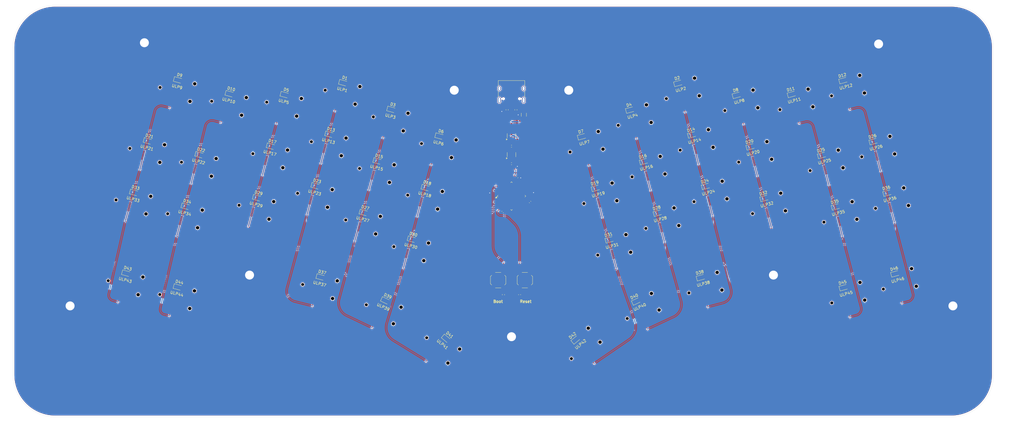
<source format=kicad_pcb>
(kicad_pcb (version 20240108) (generator "pcbnew") (generator_version "8.0")
  (layers (0 "F.Cu" signal) (31 "B.Cu" signal) (34 "B.Paste" user) (35 "F.Paste" user) (36 "B.SilkS" user "B.Silkscreen") (37 "F.SilkS" user "F.Silkscreen") (38 "B.Mask" user) (39 "F.Mask" user) (44 "Edge.Cuts" user))
  (net 0 "")
  (net 1 "GND")
  (net 2 "RST-1")
  (net 3 "+3V3")
  (net 4 "+5V")
  (net 5 "Net-(D1-A)")
  (net 6 "Net-(D2-A)")
  (net 7 "Net-(D3-A)")
  (net 8 "Net-(D4-A)")
  (net 9 "Net-(D5-A)")
  (net 10 "Net-(D6-A)")
  (net 11 "VBUS")
  (net 12 "DN")
  (net 13 "DP")
  (net 15 "Net-(J2-CC1)")
  (net 16 "Net-(J2-CC2)")
  (net 17 "BOOT-1")
  (net 35 "ROW0")
  (net 36 "ROW4")
  (net 37 "Net-(D7-A)")
  (net 38 "Net-(D8-A)")
  (net 39 "Net-(D9-A)")
  (net 40 "Net-(D10-A)")
  (net 41 "Net-(D11-A)")
  (net 42 "Net-(D12-A)")
  (net 43 "ROW1")
  (net 44 "Net-(D13-A)")
  (net 45 "ROW5")
  (net 46 "Net-(D14-A)")
  (net 47 "Net-(D15-A)")
  (net 48 "Net-(D16-A)")
  (net 49 "Net-(D17-A)")
  (net 50 "Net-(D18-A)")
  (net 51 "Net-(D19-A)")
  (net 52 "Net-(D20-A)")
  (net 53 "Net-(D21-A)")
  (net 54 "Net-(D22-A)")
  (net 55 "ROW2")
  (net 56 "Net-(D23-A)")
  (net 57 "ROW6")
  (net 58 "Net-(D24-A)")
  (net 59 "Net-(D25-A)")
  (net 60 "Net-(D26-A)")
  (net 61 "Net-(D27-A)")
  (net 62 "Net-(D28-A)")
  (net 63 "Net-(D29-A)")
  (net 64 "Net-(D30-A)")
  (net 65 "Net-(D31-A)")
  (net 66 "Net-(D32-A)")
  (net 67 "Net-(D33-A)")
  (net 68 "Net-(D34-A)")
  (net 69 "Net-(D35-A)")
  (net 70 "Net-(D36-A)")
  (net 71 "Net-(D37-A)")
  (net 72 "ROW3")
  (net 73 "Net-(D38-A)")
  (net 74 "ROW7")
  (net 75 "Net-(D39-A)")
  (net 76 "Net-(D40-A)")
  (net 77 "Net-(D41-A)")
  (net 78 "Net-(D42-A)")
  (net 79 "Net-(D43-A)")
  (net 80 "Net-(D44-A)")
  (net 81 "Net-(D45-A)")
  (net 82 "Net-(D46-A)")
  (net 83 "COL3")
  (net 84 "COL8")
  (net 85 "COL4")
  (net 86 "COL7")
  (net 87 "COL2")
  (net 88 "COL5")
  (net 89 "COL6")
  (net 90 "COL9")
  (net 91 "COL0")
  (net 92 "COL1")
  (net 93 "COL10")
  (net 94 "COL11")
  (footprint "Diode_SMD:D_SOD-323" (layer "F.Cu") (at 232.725603 81.950796 15)
    (property "Reference" "D19")
    (property "Value" "1N4148")
  )
  (footprint "Diode_SMD:D_SOD-323" (layer "F.Cu") (at 336.726014 83.666987 15)
    (property "Reference" "D36")
    (property "Value" "1N4148")
  )
  (footprint "Diode_SMD:D_SOD-323" (layer "F.Cu") (at 65.257083 112.397415 -15)
    (property "Reference" "D43")
    (property "Value" "1N4148")
  )
  (footprint "PCM_marbastlib-xp-mx:SW_MX_ULP_1u" (layer "F.Cu") (at 83.163197 46.343631 -15)
    (property "Reference" "ULP9")
    (property "Value" "ulp_mx_SW_solder")
  )
  (footprint "Diode_SMD:D_SOD-323" (layer "F.Cu") (at 179.320154 135.753309 -40)
    (property "Reference" "D41")
    (property "Value" "1N4148")
  )
  (footprint "Diode_SMD:D_SOD-323" (layer "F.Cu") (at 282.997761 48.758401 15)
    (property "Reference" "D8")
    (property "Value" "1N4148")
  )
  (footprint "Diode_SMD:D_SOD-323" (layer "F.Cu") (at 176.98353 63.446382 -15)
    (property "Reference" "D6")
    (property "Value" "1N4148")
  )
  (footprint "Diode_SMD:D_SOD-323" (layer "F.Cu") (at 86.453503 88.493962 -15)
    (property "Reference" "D34")
    (property "Value" "1N4148")
  )
  (footprint "MountingHole:MountingHole_3.2mm_M3_ISO14580_Pad" (layer "F.Cu") (at 109.165 113)
    (property "Reference" "H9" (hide yes))
    (property "Value" "MountingHole_Pad")
  )
  (footprint "PCM_marbastlib-xp-mx:SW_MX_ULP_1u" (layer "F.Cu") (at 293.828409 88.406188 15)
    (property "Reference" "ULP32")
    (property "Value" "ulp_mx_SW_solder")
  )
  (footprint "PCM_marbastlib-xp-mx:SW_MX_ULP_1u" (layer "F.Cu") (at 159.231996 56.865198 -15)
    (property "Reference" "ULP3")
    (property "Value" "ulp_mx_SW_solder")
  )
  (footprint "PCM_marbastlib-xp-mx:SW_MX_ULP_1u" (layer "F.Cu") (at 142.063735 47.334474 -15)
    (property "Reference" "ULP1")
    (property "Value" "ulp_mx_SW_solder")
  )
  (footprint "PCM_marbastlib-xp-mx:SW_MX_ULP_1u" (layer "F.Cu") (at 263.101265 47.334474 15)
    (property "Reference" "ULP2")
    (property "Value" "ulp_mx_SW_solder")
  )
  (footprint "Capacitor_SMD:C_0402_1005Metric" (layer "F.Cu") (at 209.2 86.91 -45)
    (property "Reference" "C3" (hide yes))
    (property "Value" "100nF")
  )
  (footprint "PCM_marbastlib-xp-mx:SW_MX_ULP_1u" (layer "F.Cu") (at 250.863507 75.266085 15)
    (property "Reference" "ULP16")
    (property "Value" "ulp_mx_SW_solder")
  )
  (footprint "MountingHole:MountingHole_3.2mm_M3_ISO14580_Pad" (layer "F.Cu") (at 333.5 30.5)
    (property "Reference" "H3" (hide yes))
    (property "Value" "MountingHole_Pad")
  )
  (footprint "PCM_marbastlib-xp-mx:SW_MX_ULP_1u" (layer "F.Cu") (at 154.301493 75.266085 -15)
    (property "Reference" "ULP15")
    (property "Value" "ulp_mx_SW_solder")
  )
  (footprint "Diode_SMD:D_SOD-323" (layer "F.Cu") (at 83.65797 117.327918 -15)
    (property "Reference" "D44")
    (property "Value" "1N4148")
  )
  (footprint "PCM_marbastlib-xp-mx:SW_MX_ULP_1u" (layer "F.Cu") (at 245.933004 56.865198 15)
    (property "Reference" "ULP4")
    (property "Value" "ulp_mx_SW_solder")
  )
  (footprint "Diode_SMD:D_SOD-323" (layer "F.Cu") (at 292.858767 85.560175 15)
    (property "Reference" "D32")
    (property "Value" "1N4148")
  )
  (footprint "Diode_SMD:D_SOD-323" (layer "F.Cu") (at 254.824367 90.820959 15)
    (property "Reference" "D28")
    (property "Value" "1N4148")
  )
  (footprint "PCM_marbastlib-xp-mx:SW_MX_ULP_1u" (layer "F.Cu") (at 303.600916 51.274133 15)
    (property "Reference" "ULP11")
    (property "Value" "ulp_mx_SW_solder")
  )
  (footprint "Capacitor_SMD:C_0402_1005Metric" (layer "F.Cu") (at 199.41 90.49 -135)
    (property "Reference" "C6" (hide yes))
    (property "Value" "10uF")
  )
  (footprint "PCM_marbastlib-xp-mx:SW_MX_ULP_1u" (layer "F.Cu") (at 149.370991 93.666972 -15)
    (property "Reference" "ULP27")
    (property "Value" "ulp_mx_SW_solder")
  )
  (footprint "PCM_marbastlib-xp-mx:SW_MX_ULP_1u" (layer "F.Cu") (at 166.539252 103.197697 -15)
    (property "Reference" "ULP30")
    (property "Value" "ulp_mx_SW_solder")
  )
  (footprint "Diode_SMD:D_SOD-323" (layer "F.Cu") (at 302.631274 48.42812 15)
    (property "Reference" "D11")
    (property "Value" "1N4148")
  )
  (footprint "Capacitor_SMD:C_0402_1005Metric" (layer "F.Cu") (at 205.4575 120 -90)
    (property "Reference" "C1" (hide yes))
    (property "Value" "100nF")
  )
  (footprint "Diode_SMD:D_SOD-323" (layer "F.Cu") (at 72.983119 65.162572 -15)
    (property "Reference" "D21")
    (property "Value" "1N4148")
  )
  (footprint "PCM_marbastlib-xp-mx:SW_MX_ULP_1u" (layer "F.Cu") (at 90.800734 73.042616 -15)
    (property "Reference" "ULP22")
    (property "Value" "ulp_mx_SW_solder")
  )
  (footprint "Button_Switch_SMD:SW_Push_1P1T_XKB_TS-1187A" (layer "F.Cu") (at 197.8325 114.796811 -90)
    (property "Reference" "SW1" (hide yes))
    (property "Value" "SW_DPST_x2")
  )
  (footprint "Capacitor_SMD:C_0402_1005Metric" (layer "F.Cu") (at 196.25 87.25 -135)
    (property "Reference" "C4" (hide yes))
    (property "Value" "100nF")
  )
  (footprint "Package_QFP:LQFP-48_7x7mm_P0.5mm" (layer "F.Cu") (at 202.5825 84.79681 45)
    (property "Reference" "U1" (hide yes))
    (property "Value" "STM32F072CBTx")
  )
  (footprint "PCM_marbastlib-xp-mx:SW_MX_ULP_1u" (layer "F.Cu") (at 337.695656 86.513001 15)
    (property "Reference" "ULP36")
    (property "Value" "ulp_mx_SW_solder")
  )
  (footprint "Diode_SMD:D_SOD-323" (layer "F.Cu") (at 121.780869 48.654873 -15)
    (property "Reference" "D5")
    (property "Value" "1N4148")
  )
  (footprint "MountingHole:MountingHole_3.2mm_M3_ISO14580_Pad" (layer "F.Cu") (at 202.5825 135)
    (property "Reference" "H1" (hide yes))
    (property "Value" "MountingHole_Pad")
  )
  (footprint "Diode_SMD:D_SOD-323" (layer "F.Cu") (at 339.521546 112.500943 15)
    (property "Reference" "D46")
    (property "Value" "1N4148")
  )
  (footprint "Diode_SMD:D_SOD-323" (layer "F.Cu") (at 270.187939 113.856816 15)
    (property "Reference" "D38")
    (property "Value" "1N4148")
  )
  (footprint "PCM_marbastlib-xp-mx:SW_MX_ULP_1u" (layer "F.Cu") (at 288.897906 70.005301 15)
    (property "Reference" "ULP20")
    (property "Value" "ulp_mx_SW_solder")
  )
  (footprint "Capacitor_SMD:C_0402_1005Metric" (layer "F.Cu") (at 196.25 82.5 135)
    (property "Reference" "C2" (hide yes))
    (property "Value" "100nF")
  )
  (footprint "Diode_SMD:D_SOD-323" (layer "F.Cu") (at 102.147356 48.324592 -15)
    (property "Reference" "D10")
    (property "Value" "1N4148")
  )
  (footprint "Diode_SMD:D_SOD-323" (layer "F.Cu") (at 154.884765 72.316544 -15)
    (property "Reference" "D15")
    (property "Value" "1N4148")
  )
  (footprint "Button_Switch_SMD:SW_Push_1P1T_XKB_TS-1187A" (layer "F.Cu") (at 207.3325 114.796811 90)
    (property "Reference" "SW2" (hide yes))
    (property "Value" "SW_DPST_x2")
  )
  (footprint "PCM_marbastlib-xp-mx:SW_MX_ULP_1u" (layer "F.Cu") (at 314.364266 73.042616 15)
    (property "Reference" "ULP25")
    (property "Value" "ulp_mx_SW_solder")
  )
  (footprint "Diode_SMD:D_SOD-323" (layer "F.Cu") (at 262.131623 44.48846 15)
    (property "Reference" "D2")
    (property "Value" "1N4148")
  )
  (footprint "PCM_marbastlib-xp-mx:SW_MX_ULP_1u" (layer "F.Cu") (at 322.090302 120.27746 15)
    (property "Reference" "ULP45")
    (property "Value" "ulp_mx_SW_solder")
  )
  (footprint "Diode_SMD:D_SOD-323" (layer "F.Cu") (at 237.656106 100.351683 15)
    (property "Reference" "D31")
    (property "Value" "1N4148")
  )
  (footprint "PCM_marbastlib-xp-mx:SW_MX_ULP_1u" (layer "F.Cu") (at 116.267094 70.005301 -15)
    (property "Reference" "ULP17")
    (property "Value" "ulp_mx_SW_solder")
  )
  (footprint "Diode_SMD:D_SOD-323" (layer "F.Cu") (at 287.928264 67.159288 15)
    (property "Reference" "D20")
    (property "Value" "1N4148")
  )
  (footprint "Connector_USB:USB_C_Receptacle_HRO_TYPE-C-31-M-12" (layer "F.Cu") (at 202.5825 47.43 180)
    (property "Reference" "J2" (hide yes))
    (property "Value" "USB_C_Receptacle_USB2.0_14P")
  )
  (footprint "Diode_SMD:D_SOD-323" (layer "F.Cu") (at 91.384006 70.093075 -15)
    (property "Reference" "D22")
    (property "Value" "1N4148")
  )
  (footprint "PCM_marbastlib-xp-mx:SW_MX_ULP_1u" (layer "F.Cu") (at 176.400258 66.395923 -15)
    (property "Reference" "ULP6")
    (property "Value" "ulp_mx_SW_solder")
  )
  (footprint "PCM_marbastlib-xp-mx:SW_MX_ULP_1u" (layer "F.Cu") (at 248.59 124.965 25)
    (property "Reference" "ULP40")
    (property "Value" "ulp_mx_SW_solder")
  )
  (footprint "PCM_marbastlib-xp-mx:SW_MX_ULP_1u" (layer "F.Cu") (at 134.007419 116.70283 -15)
    (property "Reference" "ULP37")
    (property "Value" "ulp_mx_SW_solder")
  )
  (footprint "Diode_SMD:D_SOD-323" (layer "F.Cu") (at 244.963361 54.019185 15)
    (property "Reference" "D4")
    (property "Value" "1N4148")
  )
  (footprint "Diode_SMD:D_SOD-323" (layer "F.Cu") (at 149.954263 90.717431 -15)
    (property "Reference" "D27")
    (property "Value" "1N4148")
  )
  (footprint "PCM_marbastlib-xp-mx:SW_MX_ULP_1u" (layer "F.Cu") (at 83.074698 120.27746 -15)
    (property "Reference" "ULP44")
    (property "Value" "ulp_mx_SW_solder")
  )
  (footprint "Diode_SMD:D_SOD-323" (layer "F.Cu") (at 227.7951 63.549909 15)
    (property "Reference" "D7")
    (property "Value" "1N4148")
  )
  (footprint "Resistor_SMD:R_0402_1005Metric" (layer "F.Cu") (at 204.165 54 -90)
    (property "Reference" "R3" (hide yes))
    (property "Value" "R7_5.1k")
  )
  (footprint "PCM_marbastlib-xp-mx:SW_MX_ULP_1u" (layer "F.Cu") (at 283.967403 51.604414 15)
    (property "Reference" "ULP8")
    (property "Value" "ulp_mx_SW_solder")
  )
  (footprint "Diode_SMD:D_SOD-323" (layer "F.Cu") (at 331.795511 65.2661 15)
    (property "Reference" "D26")
    (property "Value" "1N4148")
  )
  (footprint "PCM_marbastlib-xp-mx:SW_MX_ULP_1u" (layer "F.Cu") (at 72.399847 68.112114 -15)
    (property "Reference" "ULP21")
    (property "Value" "ulp_mx_SW_solder")
  )
  (footprint "Diode_SMD:D_SOD-323" (layer "F.Cu") (at 68.052616 83.563459 -15)
    (property "Reference" "D33")
    (property "Value" "1N4148")
  )
  (footprint "Diode_SMD:D_SOD-323" (layer "F.Cu") (at 321.120659 117.431446 15)
    (property "Reference" "D45")
    (property "Value" "1N4148")
  )
  (footprint "MountingHole:MountingHole_3.2mm_M3_ISO14580_Pad" (layer "F.Cu") (at 223 47)
    (property "Reference" "H2" (hide yes))
    (property "Value" "MountingHole_Pad")
  )
  (footprint "PCM_marbastlib-xp-mx:SW_MX_ULP_1u" (layer "F.Cu") (at 111.336591 88.406188 -15)
    (property "Reference" "ULP29")
    (property "Value" "ulp_mx_SW_solder")
  )
  (footprint "PCM_marbastlib-xp-mx:SW_MX_ULP_1u" (layer "F.Cu") (at 132.202729 84.136248 -15)
    (property "Reference" "ULP23")
    (property "Value" "ulp_mx_SW_solder")
  )
  (footprint "Fuse:Fuse_1206_3216Metric" (layer "F.Cu") (at 207 55.75 -90)
    (property "Reference" "F1" (hide yes))
    (property "Value" "500mA")
  )
  (footprint "PCM_marbastlib-xp-mx:SW_MX_ULP_1u" (layer "F.Cu") (at 340.491189 115.346957 15)
    (property "Reference" "ULP46")
    (property "Value" "ulp_mx_SW_solder")
  )
  (footprint "Diode_SMD:D_SOD-323" (layer "F.Cu") (at 83.746469 43.394089 -15)
    (property "Reference" "D9")
    (property "Value" "1N4148")
  )
  (footprint "Diode_SMD:D_SOD-323" (layer "F.Cu") (at 172.053027 81.847269 -15)
    (property "Reference" "D18")
    (property "Value" "1N4148")
  )
  (footprint "PCM_marbastlib-xp-mx:SW_MX_ULP_1u" (layer "F.Cu") (at 272.962271 84.136248 15)
    (property "Reference" "ULP24")
    (property "Value" "ulp_mx_SW_solder")
  )
  (footprint "Diode_SMD:D_SOD-323" (layer "F.Cu") (at 318.325127 88.59749 15)
    (property "Reference" "D35")
    (property "Value" "1N4148")
  )
  (footprint "Capacitor_SMD:C_0402_1005Metric" (layer "F.Cu") (at 202.5825 67 180)
    (property "Reference" "C7" (hide yes))
    (property "Value" "1uF")
  )
  (footprint "Resistor_SMD:R_0402_1005Metric" (layer "F.Cu") (at 199.7075 120 -90)
    (property "Reference" "R1" (hide yes))
    (property "Value" "10k")
  )
  (footprint "PCM_marbastlib-xp-mx:SW_MX_ULP_1u" (layer "F.Cu") (at 171.469755 84.79681 -15)
    (property "Reference" "ULP18")
    (property "Value" "ulp_mx_SW_solder")
  )
  (footprint "PCM_marbastlib-xp-mx:SW_MX_ULP_1u" (layer "F.Cu") (at 255.794009 93.666972 15)
    (property "Reference" "ULP28")
    (property "Value" "ulp_mx_SW_solder")
  )
  (footprint "Package_TO_SOT_SMD:SOT-23-3" (layer "F.Cu") (at 202.5825 70 90)
    (property "Reference" "U2" (hide yes))
    (property "Value" "XC6206PxxxMR")
  )
  (footprint "Capacitor_SMD:C_0402_1005Metric" (layer "F.Cu") (at 204.61 78 45)
    (property "Reference" "C5" (hide yes))
    (property "Value" "100nF")
  )
  (footprint "Diode_SMD:D_SOD-323" (layer "F.Cu") (at 225.538428 136.010424 40)
    (property "Reference" "D42")
    (property "Value" "1N4148")
  )
  (footprint "PCM_marbastlib-xp-mx:SW_MX_ULP_1u" (layer "F.Cu") (at 121.197597 51.604414 -15)
    (property "Reference" "ULP5")
    (property "Value" "ulp_mx_SW_solder")
  )
  (footprint "Diode_SMD:D_SOD-323" (layer "F.Cu") (at 134.590691 113.753288 -15)
    (property "Reference" "D37")
    (property "Value" "1N4148")
  )
  (footprint "Diode_SMD:D_SOD-323" (layer "F.Cu") (at 159.815268 53.915657 -15)
    (property "Reference" "D3")
    (property "Value" "1N4148")
  )
  (footprint "PCM_marbastlib-xp-mx:SW_MX_ULP_1u" (layer "F.Cu") (at 101.564084 51.274133 -15)
    (property "Reference" "ULP10")
    (property "Value" "ulp_mx_SW_solder")
  )
  (footprint "PCM_marbastlib-xp-mx:SW_MX_ULP_1u" (layer "F.Cu") (at 67.469344 86.513001 -15)
    (property "Reference" "ULP33")
    (property "Value" "ulp_mx_SW_solder")
  )
  (footprint "PCM_marbastlib-xp-mx:SW_MX_ULP_1u" (layer "F.Cu") (at 177.545 138.18 -40)
    (property "Reference" "ULP41")
    (property "Value" "ulp_mx_SW_solder")
  )
  (footprint "Diode_SMD:D_SOD-323" (layer "F.Cu") (at 137.716504 62.785819 -15)
    (property "Reference" "D13")
    (property "Value" "1N4148")
  )
  (footprint "Diode_SMD:D_SOD-323" (layer "F.Cu") (at 142.647007 44.384932 -15)
    (property "Reference" "D1")
    (property "Value" "1N4148")
  )
  (footprint "PCM_marbastlib-xp-mx:SW_MX_ULP_1u" (layer "F.Cu") (at 64.673811 115.346957 -15)
    (property "Reference" "ULP43")
    (property "Value" "ulp_mx_SW_solder")
  )
  (footprint "Resistor_SMD:R_0402_1005Metric" (layer "F.Cu") (at 201 54 -90)
    (property "Reference" "R2" (hide yes))
    (property "Value" "R6_5.1k")
  )
  (footprint "Diode_SMD:D_SOD-323" (layer "F.Cu") (at 321.032161 43.497617 15)
    (property "Reference" "D12")
    (property "Value" "1N4148")
  )
  (footprint "MountingHole:MountingHole_3.2mm_M3_ISO14580_Pad" (layer "F.Cu") (at 182.165 47)
    (property "Reference" "H6" (hide yes))
    (property "Value" "MountingHole_Pad")
  )
  (footprint "PCM_marbastlib-xp-mx:SW_MX_ULP_1u" (layer "F.Cu") (at 271.157581 116.70283 15)
    (property "Reference" "ULP38")
    (property "Value" "ulp_mx_SW_solder")
  )
  (footprint "PCM_marbastlib-xp-mx:SW_MX_ULP_1u" (layer "F.Cu") (at 332.765153 68.112114 15)
    (property "Reference" "ULP26")
    (property "Value" "ulp_mx_SW_solder")
  )
  (footprint "Diode_SMD:D_SOD-323" (layer "F.Cu") (at 132.786001 81.186706 -15)
    (property "Reference" "D23")
    (property "Value" "1N4148")
  )
  (footprint "MountingHole:MountingHole_3.2mm_M3_ISO14580_Pad" (layer "F.Cu") (at 296 113)
    (property "Reference" "H5" (hide yes))
    (property "Value" "MountingHole_Pad")
  )
  (footprint "Diode_SMD:D_SOD-323" (layer "F.Cu") (at 267.062126 62.889347 15)
    (property "Reference" "D14")
    (property "Value" "1N4148")
  )
  (footprint "Diode_SMD:D_SOD-323" (layer "F.Cu") (at 111.919863 85.456647 -15)
    (property "Reference" "D29")
    (property "Value" "1N4148")
  )
  (footprint "MountingHole:MountingHole_3.2mm_M3_ISO14580_Pad" (layer "F.Cu") (at 45.165 124)
    (property "Reference" "H8" (hide yes))
    (property "Value" "MountingHole_Pad")
  )
  (footprint "Package_TO_SOT_SMD:SOT-23-6" (layer "F.Cu") (at 202.5825 63.25 90)
    (property "Reference" "U3" (hide yes))
    (property "Value" "SRV05-4")
  )
  (footprint "PCM_marbastlib-xp-mx:SW_MX_ULP_1u" (layer "F.Cu") (at 137.133232 65.735361 -15)
    (property "Reference" "ULP13")
    (property "Value" "ulp_mx_SW_solder")
  )
  (footprint "MountingHole:MountingHole_3.2mm_M3_ISO14580_Pad" (layer "F.Cu") (at 360 124)
    (property "Reference" "H4" (hide yes))
    (property "Value" "MountingHole_Pad")
  )
  (footprint "PCM_marbastlib-xp-mx:SW_MX_ULP_1u" (layer "F.Cu") (at 85.870231 91.443503 -15)
    (property "Reference" "ULP34")
    (property "Value" "ulp_mx_SW_solder")
  )
  (footprint "PCM_marbastlib-xp-mx:SW_MX_ULP_1u" (layer "F.Cu") (at 238.625748 103.197697 15)
    (property "Reference" "ULP31")
    (property "Value" "ulp_mx_SW_solder")
  )
  (footprint "PCM_marbastlib-xp-mx:SW_MX_ULP_1u" (layer "F.Cu") (at 319.294769 91.443503 15)
    (property "Reference" "ULP35")
    (property "Value" "ulp_mx_SW_solder")
  )
  (footprint "PCM_marbastlib-xp-mx:SW_MX_ULP_1u" (layer "F.Cu") (at 233.695245 84.79681 15)
    (property "Reference" "ULP19")
    (property "Value" "ulp_mx_SW_solder")
  )
  (footprint "PCM_marbastlib-xp-mx:SW_MX_ULP_1u" (layer "F.Cu") (at 156.575 124.965 -25)
    (property "Reference" "ULP39")
    (property "Value" "ulp_mx_SW_solder")
  )
  (footprint "Diode_SMD:D_SOD-323" (layer "F.Cu") (at 249.893864 72.420072 15)
    (property "Reference" "D16")
    (property "Value" "1N4148")
  )
  (footprint "Diode_SMD:D_SOD-323" (layer "F.Cu") (at 271.992628 81.290234 15)
    (property "Reference" "D24")
    (property "Value" "1N4148")
  )
  (footprint "Diode_SMD:D_SOD-323" (layer "F.Cu") (at 313.394624 70.196603 15)
    (property "Reference" "D25")
    (property "Value" "1N4148")
  )
  (footprint "PCM_marbastlib-xp-mx:SW_MX_ULP_1u" (layer "F.Cu") (at 322.001803 46.343631 15)
    (property "Reference" "ULP12")
    (property "Value" "ulp_mx_SW_solder")
  )
  (footprint "Diode_SMD:D_SOD-323" (layer "F.Cu") (at 247.140884 122.3306 25)
    (property "Reference" "D40")
    (property "Value" "1N4148")
  )
  (footprint "Capacitor_SMD:C_0402_1005Metric" (layer "F.Cu") (at 202.5825 73.25 180)
    (property "Reference" "C8" (hide yes))
    (property "Value" "1uF")
  )
  (footprint "Diode_SMD:D_SOD-323" (layer "F.Cu") (at 167.122524 100.248156 -15)
    (property "Reference" "D30")
    (property "Value" "1N4148")
  )
  (footprint "Diode_SMD:D_SOD-323" (layer "F.Cu") (at 157.661593 122.161553 -25)
    (property "Reference" "D39")
    (property "Value" "1N4148")
  )
  (footprint "PCM_marbastlib-xp-mx:SW_MX_ULP_1u" (layer "F.Cu") (at 227.62 138.18 40)
    (property "Reference" "ULP42")
    (property "Value" "ulp_mx_SW_solder")
  )
  (footprint "PCM_marbastlib-xp-mx:SW_MX_ULP_1u" (layer "F.Cu") (at 268.031768 65.735361 15)
    (property "Reference" "ULP14")
    (property "Value" "ulp_mx_SW_solder")
  )
  (footprint "Diode_SMD:D_SOD-323" (layer "F.Cu") (at 116.850366 67.05576 -15)
    (property "Reference" "D17")
    (property "Value" "1N4148")
  )
  (footprint "MountingHole:MountingHole_3.2mm_M3_ISO14580_Pad" (layer "F.Cu") (at 71.665 30.05)
    (property "Reference" "H7" (hide yes))
    (property "Value" "MountingHole_Pad")
  )
  (footprint "PCM_marbastlib-xp-mx:SW_MX_ULP_1u" (layer "F.Cu") (at 228.764742 66.395923 15)
    (property "Reference" "ULP7")
    (property "Value" "ulp_mx_SW_solder")
  )
  (gr_arc (start 24.82 31.71) (mid 29.213398 21.103398) (end 39.82 16.71) (stroke (width 0.05)) (layer "Edge.Cuts"))
  (gr_line (start 39.82 16.71) (end 359.39 16.71) (stroke (width 0.05)) (layer "Edge.Cuts"))
  (gr_line (start 24.82 148.61) (end 24.82 31.71) (stroke (width 0.05)) (layer "Edge.Cuts"))
  (gr_arc (start 39.82 163.61) (mid 29.213398 159.216602) (end 24.82 148.61) (stroke (width 0.05)) (layer "Edge.Cuts"))
  (gr_line (start 359.39 163.61) (end 39.82 163.61) (stroke (width 0.05)) (layer "Edge.Cuts"))
  (gr_arc (start 359.39 16.71) (mid 369.996602 21.103398) (end 374.39 31.71) (stroke (width 0.05)) (layer "Edge.Cuts"))
  (gr_line (start 374.39 31.71) (end 374.39 148.61) (stroke (width 0.05)) (layer "Edge.Cuts"))
  (gr_arc (start 374.39 148.61) (mid 369.996602 159.216602) (end 359.39 163.61) (stroke (width 0.05)) (layer "Edge.Cuts"))
  (gr_text "Boot" (at 195.9575 123 0) (layer "F.SilkS") (effects (font (size 1 1) (thickness 0.2) (bold yes)) (justify left bottom)))
  (gr_text "Reset" (at 205.4575 123 0) (layer "F.SilkS") (effects (font (size 1 1) (thickness 0.2) (bold yes)) (justify left bottom)))
  (segment (start 200.096274 88.343695) (end 198.66 89.779969) (width 0.3) (layer "F.Cu") (net 1))
  (segment (start 207.116822 86.149152) (end 207.71123 86.743558) (width 0.3) (layer "F.Cu") (net 1))
  (segment (start 198.66 89.779969) (end 198.66 90.17) (width 0.3) (layer "F.Cu") (net 1))
  (segment (start 207.71123 86.743558) (end 208.697672 87.73) (width 0.3) (layer "F.Cu") (net 1))
  (segment (start 197.44 82.38) (end 197.31 82.25) (width 0.3) (layer "F.Cu") (net 1))
  (segment (start 209.2075 111.796811) (end 209.2075 117.796811) (width 0.3) (layer "F.Cu") (net 1))
  (segment (start 200.169498 88.270472) (end 200.096274 88.343695) (width 0.3) (layer "F.Cu") (net 1))
  (segment (start 205.69 51.0775) (end 205.69 51.475) (width 0.3) (layer "F.Cu") (net 1))
  (segment (start 208.697672 87.73) (end 208.7 87.73) (width 0.3) (layer "F.Cu") (net 1))
  (segment (start 198.048178 83.444468) (end 197.44 82.83629) (width 0.3) (layer "F.Cu") (net 1))
  (segment (start 203.934842 80.262488) (end 205.48733 78.71) (width 0.3) (layer "F.Cu") (net 1))
  (segment (start 197.44 82.83629) (end 197.44 82.38) (width 0.3) (layer "F.Cu") (net 1))
  (via (at 199.12 54.58) (size 0.6) (drill 0.3) (layers "F.Cu" "B.Cu") (net 1))
  (via (at 204.97 55.79) (size 0.6) (drill 0.3) (layers "F.Cu" "B.Cu") (net 1))
  (via (at 204.67 74.19) (size 0.6) (drill 0.3) (layers "F.Cu" "B.Cu") (net 1))
  (via (at 194.8 83.68) (size 0.6) (drill 0.3) (layers "F.Cu" "B.Cu") (net 1))
  (via (at 205.86 78.3) (size 0.6) (drill 0.3) (layers "F.Cu" "B.Cu") (net 1))
  (via (at 210.44 83.55) (size 0.6) (drill 0.3) (layers "F.Cu" "B.Cu") (net 1))
  (segment (start 205.4575 117.796811) (end 205.4575 119.52) (width 0.3) (layer "F.Cu") (net 2))
  (segment (start 197.74143 89.99143) (end 197.741431 89.99143) (width 0.3) (layer "F.Cu") (net 2))
  (segment (start 205.4575 111.796811) (end 205.4575 108.572552) (width 0.3) (layer "F.Cu") (net 2))
  (segment (start 199.370139 88.362723) (end 199.815945 87.916919) (width 0.3) (layer "F.Cu") (net 2))
  (segment (start 198.478527 89.254333) (end 197.741431 89.99143) (width 0.3) (layer "F.Cu") (net 2))
  (segment (start 205.5 108.5) (end 205.47875 108.52125) (width 0.3) (layer "F.Cu") (net 2))
  (segment (start 205.4575 111.796811) (end 205.4575 117.796811) (width 0.3) (layer "F.Cu") (net 2))
  (segment (start 199.370139 88.362723) (end 198.478527 89.254333) (width 0.3) (layer "F.Cu") (net 2))
  (via (at 205.5 108.5) (size 0.6) (drill 0.3) (layers "F.Cu" "B.Cu") (net 2))
  (via (at 197.74143 89.99143) (size 0.6) (drill 0.3) (layers "F.Cu" "B.Cu") (net 2))
  (arc (start 205.47875 108.52125) (mid 205.463022 108.544787) (end 205.4575 108.572552) (width 0.3) (layer "F.Cu") (net 2))
  (segment (start 199.5 91.75) (end 198.78033 91.75) (width 0.3) (layer "B.Cu") (net 2))
  (segment (start 201.633883 92.633883) (end 203.513771 94.513771) (width 0.3) (layer "B.Cu") (net 2))
  (segment (start 197.501643 90.714005) (end 197.501643 90.400772) (width 0.3) (layer "B.Cu") (net 2))
  (segment (start 197.74143 89.99143) (end 197.621536 90.111323) (width 0.3) (layer "B.Cu") (net 2))
  (segment (start 197.875 91.375) (end 197.765165 91.265165) (width 0.3) (layer "B.Cu") (net 2))
  (segment (start 205.5 108.5) (end 205.5 99.308952) (width 0.3) (layer "B.Cu") (net 2))
  (arc (start 203.513771 94.513771) (mid 204.983796 96.713819) (end 205.5 99.308952) (width 0.3) (layer "B.Cu") (net 2))
  (arc (start 197.501643 90.714005) (mid 197.586916 91.01208) (end 197.765165 91.265165) (width 0.3) (layer "B.Cu") (net 2))
  (arc (start 201.633883 92.633883) (mid 200.654849 91.979713) (end 199.5 91.75) (width 0.3) (layer "B.Cu") (net 2))
  (arc (start 197.875 91.375) (mid 198.290368 91.65254) (end 198.78033 91.75) (width 0.3) (layer "B.Cu") (net 2))
  (arc (start 197.621536 90.111323) (mid 197.532802 90.244123) (end 197.501643 90.400772) (width 0.3) (layer "B.Cu") (net 2))
  (segment (start 197.986195 84.089593) (end 197.997458 84.100856) (width 0.3) (layer "F.Cu") (net 3))
  (segment (start 202.345617 87.25) (end 201.448539 87.25) (width 0.3) (layer "F.Cu") (net 3))
  (segment (start 203.189339 87.25) (end 202.345617 87.25) (width 0.3) (layer "F.Cu") (net 3))
  (segment (start 205.462388 83.78761) (end 205.606194 83.931416) (width 0.3) (layer "F.Cu") (net 3))
  (segment (start 201.117458 88.029618) (end 200.523051 88.624024) (width 0.3) (layer "F.Cu") (net 3))
  (segment (start 198.289031 84.392429) (end 199.097793 84.392429) (width 0.3) (layer "F.Cu") (net 3))
  (segment (start 204.163193 78.339411) (end 203.934362 78.11058) (width 0.3) (layer "F.Cu") (net 3))
  (segment (start 195.9575 110.294655) (end 195.9575 111.796811) (width 0.3) (layer "F.Cu") (net 3))
  (segment (start 203.526538 75.026538) (end 204 75.5) (width 0.3) (layer "F.Cu") (net 3))
  (segment (start 199.097793 84.392429) (end 199.171452 84.31877) (width 0.3) (layer "F.Cu") (net 3))
  (segment (start 200.523051 88.624024) (end 199.749411 89.397664) (width 0.3) (layer "F.Cu") (net 3))
  (segment (start 199.740221 83.749999) (end 199.62011 83.87011) (width 0.3) (layer "F.Cu") (net 3))
  (segment (start 196.589411 86.9057) (end 196.589411 86.910589) (width 0.3) (layer "F.Cu") (net 3))
  (segment (start 201.579913 87.567164) (end 201.497287 87.649789) (width 0.3) (layer "F.Cu") (net 3))
  (segment (start 203.581288 79.908934) (end 204.270589 79.219633) (width 0.3) (layer "F.Cu") (net 3))
  (segment (start 205.606194 83.931416) (end 207.470376 85.795598) (width 0.3) (layer "F.Cu") (net 3))
  (segment (start 197.100216 83.203614) (end 197.694623 83.798021) (width 0.3) (layer "F.Cu") (net 3))
  (segment (start 197.694623 83.798021) (end 197.986195 84.089593) (width 0.3) (layer "F.Cu") (net 3))
  (segment (start 199.669705 89.990883) (end 199.937781 90.258955) (width 0.3) (layer "F.Cu") (net 3))
  (segment (start 198.406206 106.343792) (end 197.019684 107.730315) (width 0.3) (layer "F.Cu") (net 3))
  (segment (start 205.174777 83.499999) (end 202.860094 81.185316) (width 0.3) (layer "F.Cu") (net 3))
  (segment (start 199.171452 84.31877) (end 199.245111 84.245111) (width 0.3) (layer "F.Cu") (net 3))
  (segment (start 199.560055 83.930166) (end 199.392428 84.097792) (width 0.3) (layer "F.Cu") (net 3))
  (segment (start 199.749411 89.397664) (end 199.749411 90.150589) (width 0.3) (layer "F.Cu") (net 3))
  (segment (start 203.0625 73.90625) (end 203.0625 73.41617) (width 0.3) (layer "F.Cu") (net 3))
  (segment (start 199.392428 84.097792) (end 199.245111 84.245111) (width 0.3) (layer "F.Cu") (net 3))
  (segment (start 203.581288 79.908934) (end 202.860094 80.630127) (width 0.3) (layer "F.Cu") (net 3))
  (segment (start 196.662712 82.839411) (end 196.589411 82.839411) (width 0.3) (layer "F.Cu") (net 3))
  (segment (start 202.630127 80.860094) (end 202.860094 80.630127) (width 0.3) (layer "F.Cu") (net 3))
  (segment (start 199.560055 83.930166) (end 199.62011 83.87011) (width 0.3) (layer "F.Cu") (net 3))
  (segment (start 200.682835 86.932835) (end 200.122175 86.372175) (width 0.3) (layer "F.Cu") (net 3))
  (segment (start 199.245111 84.245111) (end 199.392428 84.097792) (width 0.3) (layer "F.Cu") (net 3))
  (segment (start 208.245367 86.570589) (end 208.860589 86.570589) (width 0.3) (layer "F.Cu") (net 3))
  (segment (start 201.497287 87.649789) (end 201.117458 88.029618) (width 0.3) (layer "F.Cu") (net 3))
  (segment (start 197.997458 84.100856) (end 198.008721 84.112119) (width 0.3) (layer "F.Cu") (net 3))
  (segment (start 203.2975 73.015) (end 203.18 73.1325) (width 0.3) (layer "F.Cu") (net 3))
  (segment (start 204.270589 79.219633) (end 204.270589 78.339411) (width 0.3) (layer "F.Cu") (net 3))
  (segment (start 199.171452 84.31877) (end 199.245111 84.245111) (width 0.3) (layer "F.Cu") (net 3))
  (segment (start 202.630127 80.860094) (end 199.740221 83.749999) (width 0.3) (layer "F.Cu") (net 3))
  (segment (start 199.62011 83.87011) (end 199.740221 83.749999) (width 0.3) (layer "F.Cu") (net 3))
  (segment (start 196.592868 86.897353) (end 197.694624 85.795598) (width 0.3) (layer "F.Cu") (net 3))
  (segment (start 203.5325 72.447659) (end 203.5325 71.1375) (width 0.3) (layer "F.Cu") (net 3))
  (segment (start 205.462388 83.78761) (end 205.174777 83.499999) (width 0.3) (layer "F.Cu") (net 3))
  (segment (start 199.5 84.870111) (end 199.5 84.075153) (width 0.3) (layer "F.Cu") (net 3))
  (segment (start 199.749411 90.150589) (end 200 90.401178) (width 0.3) (layer "F.Cu") (net 3))
  (segment (start 205.174777 83.499999) (end 205.462388 83.78761) (width 0.3) (layer "F.Cu") (net 3))
  (segment (start 199.560055 83.930166) (end 199.62011 83.87011) (width 0.3) (layer "F.Cu") (net 3))
  (segment (start 200 90.401178) (end 200 102.496036) (width 0.3) (layer "F.Cu") (net 3))
  (segment (start 204.270589 78.339411) (end 204.163193 78.339411) (width 0.3) (layer "F.Cu") (net 3))
  (segment (start 197.100216 83.203614) (end 196.787844 82.891242) (width 0.3) (layer "F.Cu") (net 3))
  (segment (start 205.75 84.912611) (end 205.75 84.278593) (width 0.3) (layer "F.Cu") (net 3))
  (segment (start 199.171452 84.31877) (end 197.694624 85.795598) (width 0.3) (layer "F.Cu") (net 3))
  (segment (start 205.157876 86.342123) (end 204.999999 86.499999) (width 0.3) (layer "F.Cu") (net 3))
  (segment (start 203.75 77.589411) (end 203.75 77.25) (width 0.3) (layer "F.Cu") (net 3))
  (segment (start 207.470376 85.795598) (end 208.245367 86.570589) (width 0.3) (layer "F.Cu") (net 3))
  (segment (start 195.9575 111.796811) (end 195.9575 117.796811) (width 0.3) (layer "F.Cu") (net 3))
  (segment (start 205.462388 83.78761) (end 205.606194 83.931416) (width 0.3) (layer "F.Cu") (net 3))
  (segment (start 197.694624 83.798022) (end 198.289031 84.392429) (width 0.3) (layer "F.Cu") (net 3))
  (via (at 204 75.5) (size 0.6) (drill 0.3) (layers "F.Cu" "B.Cu") (net 3))
  (via (at 203.75 77.25) (size 0.6) (drill 0.3) (layers "F.Cu" "B.Cu") (net 3))
  (arc (start 196.662712 82.839411) (mid 196.730433 82.852881) (end 196.787844 82.891242) (width 0.3) (layer "F.Cu") (net 3))
  (arc (start 202.745111 80.907722) (mid 202.774994 81.057954) (end 202.860094 81.185316) (width 0.3) (layer "F.Cu") (net 3))
  (arc (start 196.592868 86.897353) (mid 196.590309 86.901182) (end 196.589411 86.9057) (width 0.3) (layer "F.Cu") (net 3))
  (arc (start 202.345617 87.25) (mid 201.93122 87.332428) (end 201.579913 87.567164) (width 0.3) (layer "F.Cu") (net 3))
  (arc (start 203.189339 87.25) (mid 204.169261 87.055081) (end 204.999999 86.499999) (width 0.3) (layer "F.Cu") (net 3))
  (arc (start 203.2975 73.015) (mid 203.471425 72.754701) (end 203.5325 72.447659) (width 0.3) (layer "F.Cu") (net 3))
  (arc (start 202.745111 80.907722) (mid 202.774994 80.757488) (end 202.860094 80.630127) (width 0.3) (layer "F.Cu") (net 3))
  (arc (start 197.019684 107.730315) (mid 196.233552 108.906844) (end 195.9575 110.294655) (width 0.3) (layer "F.Cu") (net 3))
  (arc (start 205.606194 83.931416) (mid 205.712626 84.090702) (end 205.75 84.278593) (width 0.3) (layer "F.Cu") (net 3))
  (arc (start 203.18 73.1325) (mid 203.093037 73.262648) (end 203.0625 73.41617) (width 0.3) (layer "F.Cu") (net 3))
  (arc (start 202.745111 80.907722) (mid 202.70353 80.845493) (end 202.630127 80.860094) (width 0.3) (layer "F.Cu") (net 3))
  (arc (start 203.934362 78.11058) (mid 203.797903 77.865459) (end 203.75 77.589411) (width 0.3) (layer "F.Cu") (net 3))
  (arc (start 199.5 84.870111) (mid 199.661698 85.683022) (end 200.122175 86.372175) (width 0.3) (layer "F.Cu") (net 3))
  (arc (start 199.560055 83.930166) (mid 199.515607 83.996686) (end 199.5 84.075153) (width 0.3) (layer "F.Cu") (net 3))
  (arc (start 200.682835 86.932835) (mid 201.034142 87.167571) (end 201.448539 87.25) (width 0.3) (layer "F.Cu") (net 3))
  (arc (start 205.157876 86.342123) (mid 205.596111 85.686257) (end 205.75 84.912611) (width 0.3) (layer "F.Cu") (net 3))
  (arc (start 201.579913 87.567164) (mid 201.620187 87.364691) (end 201.448539 87.25) (width 0.3) (layer "F.Cu") (net 3))
  (arc (start 203.0625 73.90625) (mid 203.183099 74.512545) (end 203.526538 75.026538) (width 0.3) (layer "F.Cu") (net 3))
  (arc (start 200 102.496036) (mid 199.585786 104.578426) (end 198.406206 106.343792) (width 0.3) (layer "F.Cu") (net 3))
  (segment (start 203.75 77.25) (end 203.875 77.125) (width 0.3) (layer "B.Cu") (net 3))
  (segment (start 204 75.5) (end 204 76.823223) (width 0.3) (layer "B.Cu") (net 3))
  (arc (start 203.875 77.125) (mid 203.967513 76.986543) (end 204 76.823223) (width 0.3) (layer "B.Cu") (net 3))
  (segment (start 204.160961 65.901538) (end 203.217179 66.84532) (width 0.6) (layer "F.Cu") (net 4))
  (segment (start 204.625 64.78125) (end 204.625 64.125) (width 0.6) (layer "F.Cu") (net 4))
  (segment (start 205.25 58.25) (end 206.12019 57.379809) (width 0.6) (layer "F.Cu") (net 4))
  (segment (start 202.5825 62.1125) (end 202.5825 63.225) (width 0.6) (layer "F.Cu") (net 4))
  (segment (start 202.5825 62.1125) (end 202.5825 58.5) (width 0.6) (layer "F.Cu") (net 4))
  (segment (start 202.90782 67.592179) (end 202.8225 67.6775) (width 0.6) (layer "F.Cu") (net 4))
  (segment (start 206.675 57.15) (end 207 57.15) (width 0.6) (layer "F.Cu") (net 4))
  (segment (start 202.5825 68.256911) (end 202.5825 68.8625) (width 0.6) (layer "F.Cu") (net 4))
  (via (at 204.625 64.125) (size 0.6) (drill 0.3) (layers "F.Cu" "B.Cu") (net 4))
  (via (at 205.25 58.25) (size 0.6) (drill 0.3) (layers "F.Cu" "B.Cu") (net 4))
  (via (at 202.5825 63.225) (size 0.6) (drill 0.3) (layers "F.Cu" "B.Cu") (net 4))
  (via (at 202.5825 58.5) (size 0.6) (drill 0.3) (layers "F.Cu" "B.Cu") (net 4))
  (arc (start 204.160961 65.901538) (mid 204.5044 65.387545) (end 204.625 64.78125) (width 0.6) (layer "F.Cu") (net 4))
  (arc (start 203.0625 67.21875) (mid 203.102699 67.016651) (end 203.217179 66.84532) (width 0.6) (layer "F.Cu") (net 4))
  (arc (start 206.675 57.15) (mid 206.374739 57.209725) (end 206.12019 57.379809) (width 0.6) (layer "F.Cu") (net 4))
  (arc (start 202.8225 67.6775) (mid 202.644873 67.943336) (end 202.5825 68.256911) (width 0.6) (layer "F.Cu") (net 4))
  (arc (start 202.90782 67.592179) (mid 203.022299 67.420848) (end 203.0625 67.21875) (width 0.6) (layer "F.Cu") (net 4))
  (segment (start 202.5825 58.5) (end 202.7075 58.375) (width 0.6) (layer "B.Cu") (net 4))
  (segment (start 205.25 58.25) (end 203.009276 58.25) (width 0.6) (layer "B.Cu") (net 4))
  (segment (start 204.162773 63.662773) (end 204.625 64.125) (width 0.6) (layer "B.Cu") (net 4))
  (segment (start 202.65092 63.26508) (end 203.400979 63.26508) (width 0.6) (layer "B.Cu") (net 4))
  (segment (start 202.60254 63.24504) (end 202.5825 63.225) (width 0.6) (layer "B.Cu") (net 4))
  (arc (start 203.009276 58.25) (mid 202.845956 58.282486) (end 202.7075 58.375) (width 0.6) (layer "B.Cu") (net 4))
  (arc (start 203.400979 63.26508) (mid 203.811941 63.406792) (end 204.162773 63.662773) (width 0.6) (layer "B.Cu") (net 4))
  (arc (start 202.60254 63.24504) (mid 202.624737 63.259871) (end 202.65092 63.26508) (width 0.6) (layer "B.Cu") (net 4))
  (segment (start 144.26 46.06) (end 143.207118 50.021978) (width 0.6) (layer "F.Cu") (net 5))
  (segment (start 143.661229 44.656692) (end 144.26 46.06) (width 0.6) (layer "F.Cu") (net 5))
  (segment (start 264.35 45.14) (end 265.435215 49.090229) (width 0.6) (layer "F.Cu") (net 6))
  (segment (start 263.145845 44.2167) (end 264.35 45.14) (width 0.6) (layer "F.Cu") (net 6))
  (segment (start 161.43 55.59) (end 160.375379 59.552702) (width 0.6) (layer "F.Cu") (net 7))
  (segment (start 160.82949 54.187417) (end 161.43 55.59) (width 0.6) (layer "F.Cu") (net 7))
  (segment (start 247.19 54.66) (end 248.266954 58.620953) (width 0.6) (layer "F.Cu") (net 8))
  (segment (start 245.977583 53.747425) (end 247.19 54.66) (width 0.6) (layer "F.Cu") (net 8))
  (segment (start 122.795091 48.926633) (end 123.38 50.33) (width 0.6) (layer "F.Cu") (net 9))
  (segment (start 123.38 50.33) (end 122.34098 54.291918) (width 0.6) (layer "F.Cu") (net 9))
  (segment (start 177.997752 63.718142) (end 178.59 65.1) (width 0.6) (layer "F.Cu") (net 10))
  (segment (start 178.59 65.1) (end 177.543641 69.083427) (width 0.6) (layer "F.Cu") (net 10))
  (segment (start 205.0325 51.483632) (end 205.0325 52.326062) (width 0.3) (layer "F.Cu") (net 11))
  (segment (start 200.1325 51.04625) (end 200.1325 51.475) (width 0.3) (layer "F.Cu") (net 11))
  (segment (start 203.555331 49.75) (end 201.613415 49.75) (width 0.3) (layer "F.Cu") (net 11))
  (segment (start 206.79125 54.35) (end 207 54.35) (width 0.6) (layer "F.Cu") (net 11))
  (segment (start 204.728551 50.311356) (end 204.599847 50.182652) (width 0.3) (layer "F.Cu") (net 11))
  (segment (start 206.434891 54.202391) (end 205.069781 52.837281) (width 0.6) (layer "F.Cu") (net 11))
  (segment (start 205.0325 51.045152) (end 205.0325 51.483632) (width 0.3) (layer "F.Cu") (net 11))
  (segment (start 200.56625 50.18375) (end 200.435672 50.314327) (width 0.3) (layer "F.Cu") (net 11))
  (segment (start 205.0325 52.747277) (end 205.0325 52.326062) (width 0.6) (layer "F.Cu") (net 11))
  (arc (start 205.0325 51.045152) (mid 204.953506 50.648024) (end 204.728551 50.311356) (width 0.3) (layer "F.Cu") (net 11))
  (arc (start 203.555331 49.75) (mid 204.120619 49.862442) (end 204.599847 50.182652) (width 0.3) (layer "F.Cu") (net 11))
  (arc (start 205.0325 52.747277) (mid 205.042189 52.795987) (end 205.069781 52.837281) (width 0.6) (layer "F.Cu") (net 11))
  (arc (start 200.56625 50.18375) (mid 201.046693 49.862727) (end 201.613415 49.75) (width 0.3) (layer "F.Cu") (net 11))
  (arc (start 200.1325 51.04625) (mid 200.211291 50.650136) (end 200.435672 50.314327) (width 0.3) (layer "F.Cu") (net 11))
  (arc (start 206.434891 54.202391) (mid 206.59839 54.311637) (end 206.79125 54.35) (width 0.6) (layer "F.Cu") (net 11))
  (segment (start 202.3325 52.323223) (end 202.3325 51.475) (width 0.3) (layer "F.Cu") (net 12))
  (segment (start 206.896446 72.603553) (end 206.499999 72.999999) (width 0.3) (layer "F.Cu") (net 12))
  (segment (start 206.710563 79.608086) (end 204.995502 81.323148) (width 0.3) (layer "F.Cu") (net 12))
  (segment (start 203.33125 52.50125) (end 203.2075 52.625) (width 0.3) (layer "F.Cu") (net 12))
  (segment (start 205.853553 68.146446) (end 206.92473 67.075269) (width 0.3) (layer "F.Cu") (net 12))
  (segment (start 205.75 74.982233) (end 205.75 74.81066) (width 0.3) (layer "F.Cu") (net 12))
  (segment (start 206.896446 70.896446) (end 205.853553 69.853553) (width 0.3) (layer "F.Cu") (net 12))
  (segment (start 202.759276 52.75) (end 202.905723 52.75) (width 0.3) (layer "F.Cu") (net 12))
  (segment (start 203.5325 55.345689) (end 203.5325 62.1125) (width 0.3) (layer "F.Cu") (net 12))
  (segment (start 206.5 76.792894) (end 206.710563 77.003457) (width 0.3) (layer "F.Cu") (net 12))
  (segment (start 203.3325 52.498232) (end 203.3325 51.475) (width 0.3) (layer "F.Cu") (net 12))
  (segment (start 206.92473 65.50473) (end 203.5325 62.1125) (width 0.3) (layer "F.Cu") (net 12))
  (segment (start 203.33 54.85681) (end 203.33 52.504267) (width 0.3) (layer "F.Cu") (net 12))
  (arc (start 205.5 69) (mid 205.591885 69.461939) (end 205.853553 69.853553) (width 0.3) (layer "F.Cu") (net 12))
  (arc (start 206.92473 67.075269) (mid 207.165465 66.714984) (end 207.25 66.29) (width 0.3) (layer "F.Cu") (net 12))
  (arc (start 202.4575 52.625) (mid 202.364986 52.486543) (end 202.3325 52.323223) (width 0.3) (layer "F.Cu") (net 12))
  (arc (start 203.3325 52.498232) (mid 203.332175 52.499865) (end 203.33125 52.50125) (width 0.3) (layer "F.Cu") (net 12))
  (arc (start 206.710563 77.003457) (mid 207.109804 77.600964) (end 207.25 78.305772) (width 0.3) (layer "F.Cu") (net 12))
  (arc (start 206.896446 72.603553) (mid 207.158114 72.211939) (end 207.25 71.75) (width 0.3) (layer "F.Cu") (net 12))
  (arc (start 206.92473 65.50473) (mid 207.165465 65.865015) (end 207.25 66.29) (width 0.3) (layer "F.Cu") (net 12))
  (arc (start 203.5325 55.345689) (mid 203.506185 55.213399) (end 203.43125 55.10125) (width 0.3) (layer "F.Cu") (net 12))
  (arc (start 203.33 54.85681) (mid 203.356314 54.9891) (end 203.43125 55.10125) (width 0.3) (layer "F.Cu") (net 12))
  (arc (start 205.5 69) (mid 205.591885 68.53806) (end 205.853553 68.146446) (width 0.3) (layer "F.Cu") (net 12))
  (arc (start 202.4575 52.625) (mid 202.595956 52.717513) (end 202.759276 52.75) (width 0.3) (layer "F.Cu") (net 12))
  (arc (start 205.75 74.982233) (mid 205.944918 75.962155) (end 206.5 76.792894) (width 0.3) (layer "F.Cu") (net 12))
  (arc (start 206.896446 70.896446) (mid 207.158114 71.28806) (end 207.25 71.75) (width 0.3) (layer "F.Cu") (net 12))
  (arc (start 203.2075 52.625) (mid 203.069043 52.717513) (end 202.905723 52.75) (width 0.3) (layer "F.Cu") (net 12))
  (arc (start 203.33125 52.50125) (mid 203.330324 52.502634) (end 203.33 52.504267) (width 0.3) (layer "F.Cu") (net 12))
  (arc (start 206.499999 72.999999) (mid 205.944918 73.830737) (end 205.75 74.81066) (width 0.3) (layer "F.Cu") (net 12))
  (arc (start 206.710563 79.608086) (mid 207.109804 79.010579) (end 207.25 78.305772) (width 0.3) (layer "F.Cu") (net 12))
  (arc (start 203.3325 52.498232) (mid 203.332175 52.499865) (end 203.33125 52.50125) (width 0.3) (layer "F.Cu") (net 12))
  (segment (start 201.8325 54.776078) (end 201.8325 51.475) (width 0.3) (layer "F.Cu") (net 13))
  (segment (start 201.777728 75.527728) (end 201.625 75.375) (width 0.3) (layer "F.Cu") (net 13))
  (segment (start 206.125 77.125) (end 206.357009 77.357009) (width 0.3) (layer "F.Cu") (net 13))
  (segment (start 201.6325 62.1125) (end 201.06625 62.67875) (width 0.3) (layer "F.Cu") (net 13))
  (segment (start 201.8325 50.506066) (end 201.8325 51.475) (width 0.3) (layer "F.Cu") (net 13))
  (segment (start 200.5 72.659009) (end 200.5 64.045798) (width 0.3) (layer "F.Cu") (net 13))
  (segment (start 204.616116 76.5) (end 204.125 76.5) (width 0.3) (layer "F.Cu") (net 13))
  (segment (start 202.088566 50.25) (end 202.576433 50.25) (width 0.3) (layer "F.Cu") (net 13))
  (segment (start 206.357009 79.254534) (end 204.641949 80.969595) (width 0.3) (layer "F.Cu") (net 13))
  (segment (start 201.6325 62.1125) (end 201.6325 55.258921) (width 0.3) (layer "F.Cu") (net 13))
  (segment (start 202.8325 50.506066) (end 202.8325 51.475) (width 0.3) (layer "F.Cu") (net 13))
  (arc (start 202.8325 50.506066) (mid 202.813008 50.408073) (end 202.7575 50.325) (width 0.3) (layer "F.Cu") (net 13))
  (arc (start 201.777728 75.527728) (mid 202.854665 76.247314) (end 204.125 76.5) (width 0.3) (layer "F.Cu") (net 13))
  (arc (start 201.6325 55.258921) (mid 201.658489 55.128264) (end 201.7325 55.0175) (width 0.3) (layer "F.Cu") (net 13))
  (arc (start 201.06625 62.67875) (mid 200.647163 63.305957) (end 200.5 64.045798) (width 0.3) (layer "F.Cu") (net 13))
  (arc (start 202.088566 50.25) (mid 201.990573 50.269491) (end 201.9075 50.325) (width 0.3) (layer "F.Cu") (net 13))
  (arc (start 200.5 72.659009) (mid 200.792377 74.128892) (end 201.625 75.375) (width 0.3) (layer "F.Cu") (net 13))
  (arc (start 206.75 78.305772) (mid 206.647864 77.792305) (end 206.357009 77.357009) (width 0.3) (layer "F.Cu") (net 13))
  (arc (start 201.8325 50.506066) (mid 201.851991 50.408073) (end 201.9075 50.325) (width 0.3) (layer "F.Cu") (net 13))
  (arc (start 206.357009 79.254534) (mid 206.647864 78.819238) (end 206.75 78.305772) (width 0.3) (layer "F.Cu") (net 13))
  (arc (start 206.125 77.125) (mid 205.432718 76.662432) (end 204.616116 76.5) (width 0.3) (layer "F.Cu") (net 13))
  (arc (start 202.7575 50.325) (mid 202.674425 50.269491) (end 202.576433 50.25) (width 0.3) (layer "F.Cu") (net 13))
  (arc (start 201.8325 54.776078) (mid 201.80651 54.906734) (end 201.7325 55.0175) (width 0.3) (layer "F.Cu") (net 13))
  (segment (start 203.8325 52.347386) (end 203.8325 51.475) (width 0.3) (layer "F.Cu") (net 15))
  (segment (start 204.165 53.150113) (end 204.165 53.49) (width 0.3) (layer "F.Cu") (net 15))
  (arc (start 204.165 53.150113) (mid 204.121793 52.932896) (end 203.99875 52.74875) (width 0.3) (layer "F.Cu") (net 15))
  (arc (start 203.8325 52.347386) (mid 203.875706 52.564602) (end 203.99875 52.74875) (width 0.3) (layer "F.Cu") (net 15))
  (segment (start 201 53.11844) (end 201 53.49) (width 0.3) (layer "F.Cu") (net 16))
  (segment (start 200.8325 52.714059) (end 200.8325 51.475) (width 0.3) (layer "F.Cu") (net 16))
  (arc (start 200.91625 52.91625) (mid 200.978234 53.009015) (end 201 53.11844) (width 0.3) (layer "F.Cu") (net 16))
  (arc (start 200.91625 52.91625) (mid 200.854265 52.823484) (end 200.8325 52.714059) (width 0.3) (layer "F.Cu") (net 16))
  (segment (start 199.7075 111.796811) (end 199.7075 108.572552) (width 0.3) (layer "F.Cu") (net 17))
  (segment (start 198.391884 81.666854) (end 199.108838 82.383808) (width 0.3) (layer "F.Cu") (net 17))
  (segment (start 199.7075 111.796811) (end 199.7075 117.796811) (width 0.3) (layer "F.Cu") (net 17))
  (segment (start 199.7075 117.796811) (end 199.7075 119.490001) (width 0.3) (layer "F.Cu") (net 17))
  (segment (start 199.72875 108.52125) (end 199.75 108.5) (width 0.3) (layer "F.Cu") (net 17))
  (segment (start 197 81.25) (end 197.385509 81.25) (width 0.3) (layer "F.Cu") (net 17))
  (via (at 199.75 108.5) (size 0.6) (drill 0.3) (layers "F.Cu" "B.Cu") (net 17))
  (via (at 197 81.25) (size 0.6) (drill 0.3) (layers "F.Cu" "B.Cu") (net 17))
  (arc (start 199.72875 108.52125) (mid 199.713022 108.544787) (end 199.7075 108.572552) (width 0.3) (layer "F.Cu") (net 17))
  (arc (start 198.391884 81.666854) (mid 197.930155 81.358337) (end 197.385509 81.25) (width 0.3) (layer "F.Cu") (net 17))
  (segment (start 196.5 81.75) (end 197 81.25) (width 0.3) (layer "B.Cu") (net 17))
  (segment (start 196 82.957106) (end 196 102.496036) (width 0.3) (layer "B.Cu") (net 17))
  (segment (start 197.593792 106.343792) (end 199.75 108.5) (width 0.3) (layer "B.Cu") (net 17))
  (arc (start 196.5 81.75) (mid 196.129945 82.303825) (end 196 82.957106) (width 0.3) (layer "B.Cu") (net 17))
  (arc (start 197.593792 106.343792) (mid 196.414213 104.578426) (end 196 102.496036) (width 0.3) (layer "B.Cu") (net 17))
  (segment (start 95.55459 49.106546) (end 98.645098 49.92587) (width 0.3) (layer "F.Cu") (net 35))
  (segment (start 168.371405 59.413546) (end 169.10761 56.676033) (width 0.3) (layer "F.Cu") (net 35))
  (segment (start 166.291883 51.693134) (end 161.148287 50.217473) (width 0.3) (layer "F.Cu") (net 35))
  (segment (start 134.426825 44.935158) (end 138.813903 46.090299) (width 0.3) (layer "F.Cu") (net 35))
  (segment (start 103.591924 44.473347) (end 111.507622 46.683387) (width 0.3) (layer "F.Cu") (net 35))
  (segment (start 173.571546 64.935471) (end 171.04 64.185) (width 0.3) (layer "F.Cu") (net 35))
  (segment (start 119.581579 49.755877) (end 120.766647 48.383113) (width 0.3) (layer "F.Cu") (net 35))
  (segment (start 140.688514 45.13204) (end 141.632785 44.113172) (width 0.3) (layer "F.Cu") (net 35))
  (segment (start 153.845 54.999999) (end 156.268712 55.699965) (width 0.3) (layer "F.Cu") (net 35))
  (segment (start 158.723221 51.586827) (end 158.801046 53.643897) (width 0.3) (layer "F.Cu") (net 35))
  (segment (start 197.471404 77.5) (end 194.503963 77.5) (width 0.3) (layer "F.Cu") (net 35))
  (segment (start 183.262563 61) (end 178.836967 61) (width 0.3) (layer "F.Cu") (net 35))
  (segment (start 201.583712 79.908934) (end 200.379245 78.704467) (width 0.3) (layer "F.Cu") (net 35))
  (segment (start 157.885745 54.779303) (end 158.801046 53.643897) (width 0.3) (layer "F.Cu") (net 35))
  (segment (start 84.947057 39.77299) (end 91.142792 41.476109) (width 0.3) (layer "F.Cu") (net 35))
  (segment (start 123.191932 44.854559) (end 130.746351 46.912983) (width 0.3) (layer "F.Cu") (net 35))
  (segment (start 175.969308 63.174622) (end 175.044876 64.144665) (width 0.3) (layer "F.Cu") (net 35))
  (segment (start 143.998086 40.692662) (end 149.231955 42.118771) (width 0.3) (layer "F.Cu") (net 35))
  (segment (start 176.399418 62.009666) (end 175.969308 63.174622) (width 0.3) (layer "F.Cu") (net 35))
  (segment (start 186.25 69.246036) (end 186.25 63.987436) (width 0.3) (layer "F.Cu") (net 35))
  (segment (start 101.133134 48.052832) (end 101.081789 45.908771) (width 0.3) (layer "F.Cu") (net 35))
  (segment (start 113.023732 49.391716) (end 117.845589 50.714053) (width 0.3) (layer "F.Cu") (net 35))
  (segment (start 141.632785 44.113172) (end 141.693514 42.00704) (width 0.3) (layer "F.Cu") (net 35))
  (segment (start 100.191789 49.068771) (end 101.133134 48.052832) (width 0.3) (layer "F.Cu") (net 35))
  (segment (start 120.766647 48.383113) (end 120.551579 46.360877) (width 0.3) (layer "F.Cu") (net 35))
  (segment (start 82.732247 43.122329) (end 82.743245 41.056619) (width 0.3) (layer "F.Cu") (net 35))
  (segment (start 152.032718 47.026389) (end 151.15966 50.210831) (width 0.3) (layer "F.Cu") (net 35))
  (segment (start 190.656207 75.906207) (end 187.843792 73.093792) (width 0.3) (layer "F.Cu") (net 35))
  (arc (start 101.081789 45.908771) (mid 102.036905 44.666532) (end 103.591924 44.473347) (width 0.3) (layer "F.Cu") (net 35))
  (arc (start 98.645098 49.92587) (mid 99.590898 49.808526) (end 100.191789 49.068771) (width 0.3) (layer "F.Cu") (net 35))
  (arc (start 117.845589 50.714053) (mid 118.908278 50.587704) (end 119.581579 49.755877) (width 0.3) (layer "F.Cu") (net 35))
  (arc (start 171.04 64.185) (mid 168.735259 62.342025) (end 168.371405 59.413546) (width 0.3) (layer "F.Cu") (net 35))
  (arc (start 141.693514 42.00704) (mid 142.57399 40.873272) (end 143.998086 40.692662) (width 0.3) (layer "F.Cu") (net 35))
  (arc (start 169.10761 56.676033) (mid 168.719593 53.60829) (end 166.291883 51.693134) (width 0.3) (layer "F.Cu") (net 35))
  (arc (start 138.813903 46.090299) (mid 139.934297 45.96934) (end 140.688514 45.13204) (width 0.3) (layer "F.Cu") (net 35))
  (arc (start 130.746351 46.912983) (mid 131.861124 46.787074) (end 132.585 45.93) (width 0.3) (layer "F.Cu") (net 35))
  (arc (start 91.142792 41.476109) (mid 93.031492 42.937563) (end 93.345 45.305) (width 0.3) (layer "F.Cu") (net 35))
  (arc (start 185.375 61.875) (mid 184.405805 61.227405) (end 183.262563 61) (width 0.3) (layer "F.Cu") (net 35))
  (arc (start 93.345 45.305) (mid 93.662755 47.663227) (end 95.55459 49.106546) (width 0.3) (layer "F.Cu") (net 35))
  (arc (start 111.507622 46.683387) (mid 112.168846 47.203958) (end 112.265 48.04) (width 0.3) (layer "F.Cu") (net 35))
  (arc (start 132.585 45.93) (mid 133.309337 45.068645) (end 134.426825 44.935158) (width 0.3) (layer "F.Cu") (net 35))
  (arc (start 161.148287 50.217473) (mid 159.648927 50.394193) (end 158.723221 51.586827) (width 0.3) (layer "F.Cu") (net 35))
  (arc (start 151.15966 50.210831) (mid 151.519958 53.156241) (end 153.845 54.999999) (width 0.3) (layer "F.Cu") (net 35))
  (arc (start 112.265 48.04) (mid 112.361936 48.874388) (end 113.023732 49.391716) (width 0.3) (layer "F.Cu") (net 35))
  (arc (start 156.268712 55.699965) (mid 157.271508 55.580863) (end 157.885745 54.779303) (width 0.3) (layer "F.Cu") (net 35))
  (arc (start 175.044876 64.144665) (mid 174.470929 64.843225) (end 173.571546 64.935471) (width 0.3) (layer "F.Cu") (net 35))
  (arc (start 187.843792 73.093792) (mid 186.664213 71.328426) (end 186.25 69.246036) (width 0.3) (layer "F.Cu") (net 35))
  (arc (start 178.836967 61) (mid 177.517775 61.262403) (end 176.399418 62.009666) (width 0.3) (layer "F.Cu") (net 35))
  (arc (start 186.25 63.987436) (mid 186.022594 62.844194) (end 185.375 61.875) (width 0.3) (layer "F.Cu") (net 35))
  (arc (start 194.503963 77.5) (mid 192.421572 77.085786) (end 190.656207 75.906207) (width 0.3) (layer "F.Cu") (net 35))
  (arc (start 149.231955 42.118771) (mid 151.649865 43.991879) (end 152.032718 47.026389) (width 0.3) (layer "F.Cu") (net 35))
  (arc (start 120.551579 46.360877) (mid 121.560198 45.061603) (end 123.191932 44.854559) (width 0.3) (layer "F.Cu") (net 35))
  (arc (start 82.743245 41.056619) (mid 83.575428 39.951728) (end 84.947057 39.77299) (width 0.3) (layer "F.Cu") (net 35))
  (arc (start 200.379245 78.704467) (mid 199.045116 77.81303) (end 197.471404 77.5) (width 0.3) (layer "F.Cu") (net 35))
  (segment (start 273.863534 50.028071) (end 270.900033 40.918498) (width 0.3) (layer "F.Cu") (net 36))
  (segment (start 242.869791 52.618117) (end 243.949139 54.290945) (width 0.3) (layer "F.Cu") (net 36))
  (segment (start 281.983539 49.030161) (end 281.696991 50.462725) (width 0.3) (layer "F.Cu") (net 36))
  (segment (start 261.117401 44.76022) (end 260.888922 46.287755) (width 0.3) (layer "F.Cu") (net 36))
  (segment (start 280.991991 47.322725) (end 281.983539 49.030161) (width 0.3) (layer "F.Cu") (net 36))
  (segment (start 300.385977 51.560683) (end 297.944999 52.149999) (width 0.3) (layer "F.Cu") (net 36))
  (segment (start 307.806453 43.179936) (end 301.96504 44.711493) (width 0.3) (layer "F.Cu") (net 36))
  (segment (start 267.638824 39.134244) (end 261.439981 40.750309) (width 0.3) (layer "F.Cu") (net 36))
  (segment (start 205.349055 81.676701) (end 206.562405 80.46335) (width 0.3) (layer "F.Cu") (net 36))
  (segment (start 260.068922 43.072755) (end 261.117401 44.76022) (width 0.3) (layer "F.Cu") (net 36))
  (segment (start 235.330335 57.608216) (end 227.070938 59.819748) (width 0.3) (layer "F.Cu") (net 36))
  (segment (start 320.017939 43.769377) (end 319.839191 45.397334) (width 0.3) (layer "F.Cu") (net 36))
  (segment (start 242.626946 57.611161) (end 237.621529 58.908862) (width 0.3) (layer "F.Cu") (net 36))
  (segment (start 225.720661 62.14348) (end 226.780878 63.821669) (width 0.3) (layer "F.Cu") (net 36))
  (segment (start 214.343792 77.656207) (end 220.855925 71.144074) (width 0.3) (layer "F.Cu") (net 36))
  (segment (start 209.491692 79.25) (end 210.496036 79.25) (width 0.3) (layer "F.Cu") (net 36))
  (segment (start 222.144074 68.034206) (end 226.780878 63.821669) (width 0.3) (layer "F.Cu") (net 36))
  (segment (start 286.974212 43.629524) (end 282.41407 44.934959) (width 0.3) (layer "F.Cu") (net 36))
  (segment (start 259.864432 47.997825) (end 254.684399 49.269991) (width 0.3) (layer "F.Cu") (net 36))
  (segment (start 280.717298 52.052274) (end 278.485 52.6) (width 0.3) (layer "F.Cu") (net 36))
  (segment (start 243.949139 54.290945) (end 243.694791 55.848117) (width 0.3) (layer "F.Cu") (net 36))
  (segment (start 318.758751 47.237826) (end 316.004209 47.92184) (width 0.3) (layer "F.Cu") (net 36))
  (segment (start 301.617052 48.69988) (end 301.313748 50.062585) (width 0.3) (layer "F.Cu") (net 36))
  (segment (start 300.588748 47.022585) (end 301.617052 48.69988) (width 0.3) (layer "F.Cu") (net 36))
  (segment (start 252.589508 48.075298) (end 244.201681 50.303433) (width 0.3) (layer "F.Cu") (net 36))
  (segment (start 293.130516 49.467313) (end 292.107356 46.350381) (width 0.3) (layer "F.Cu") (net 36))
  (arc (start 244.201681 50.303433) (mid 243.053897 51.18352) (end 242.869791 52.618117) (width 0.3) (layer "F.Cu") (net 36))
  (arc (start 227.070938 59.819748) (mid 225.916319 60.702996) (end 225.720661 62.14348) (width 0.3) (layer "F.Cu") (net 36))
  (arc (start 301.313748 50.062585) (mid 301.157506 51.002157) (end 300.385977 51.560683) (width 0.3) (layer "F.Cu") (net 36))
  (arc (start 253.635 48.665) (mid 253.232284 48.157345) (end 252.589508 48.075298) (width 0.3) (layer "F.Cu") (net 36))
  (arc (start 261.439981 40.750309) (mid 260.275445 41.628749) (end 260.068922 43.072755) (width 0.3) (layer "F.Cu") (net 36))
  (arc (start 301.96504 44.711493) (mid 300.803749 45.585273) (end 300.588748 47.022585) (width 0.3) (layer "F.Cu") (net 36))
  (arc (start 278.485 52.6) (mid 275.669232 52.221525) (end 273.863534 50.028071) (width 0.3) (layer "F.Cu") (net 36))
  (arc (start 270.900033 40.918498) (mid 269.623509 39.379193) (end 267.638824 39.134244) (width 0.3) (layer "F.Cu") (net 36))
  (arc (start 220.855925 71.144074) (mid 221.33261 70.430664) (end 221.5 69.58914) (width 0.3) (layer "F.Cu") (net 36))
  (arc (start 292.107356 46.350381) (mid 290.089066 43.955568) (end 286.974212 43.629524) (width 0.3) (layer "F.Cu") (net 36))
  (arc (start 236.475 58.255) (mid 236.034832 57.697704) (end 235.330335 57.608216) (width 0.3) (layer "F.Cu") (net 36))
  (arc (start 254.684399 49.269991) (mid 254.038213 49.178222) (end 253.635 48.665) (width 0.3) (layer "F.Cu") (net 36))
  (arc (start 319.839191 45.397334) (mid 319.686182 46.544887) (end 318.758751 47.237826) (width 0.3) (layer "F.Cu") (net 36))
  (arc (start 260.888922 46.287755) (mid 260.733262 47.356417) (end 259.864432 47.997825) (width 0.3) (layer "F.Cu") (net 36))
  (arc (start 206.562405 80.46335) (mid 207.906373 79.565339) (end 209.491692 79.25) (width 0.3) (layer "F.Cu") (net 36))
  (arc (start 316.004209 47.92184) (mid 313.466754 47.558742) (end 311.9 45.53) (width 0.3) (layer "F.Cu") (net 36))
  (arc (start 311.9 45.53) (mid 310.334559 43.516539) (end 307.806453 43.179936) (width 0.3) (layer "F.Cu") (net 36))
  (arc (start 237.621529 58.908862) (mid 236.91541 58.814887) (end 236.475 58.255) (width 0.3) (layer "F.Cu") (net 36))
  (arc (start 243.694791 55.848117) (mid 243.519382 56.946784) (end 242.626946 57.611161) (width 0.3) (layer "F.Cu") (net 36))
  (arc (start 210.496036 79.25) (mid 212.578426 78.835786) (end 214.343792 77.656207) (width 0.3) (layer "F.Cu") (net 36))
  (arc (start 221.5 69.58914) (mid 221.667389 68.747615) (end 222.144074 68.034206) (width 0.3) (layer "F.Cu") (net 36))
  (arc (start 297.944999 52.149999) (mid 295.01344 51.749622) (end 293.130516 49.467313) (width 0.3) (layer "F.Cu") (net 36))
  (arc (start 281.696991 50.462725) (mid 281.532839 51.458236) (end 280.717298 52.052274) (width 0.3) (layer "F.Cu") (net 36))
  (arc (start 282.41407 44.934959) (mid 281.229755 45.846974) (end 280.991991 47.322725) (width 0.3) (layer "F.Cu") (net 36))
  (segment (start 228.809322 63.278149) (end 230.01 64.18) (width 0.6) (layer "F.Cu") (net 37))
  (segment (start 230.01 64.18) (end 231.098692 68.151678) (width 0.6) (layer "F.Cu") (net 37))
  (segment (start 284.011983 48.486641) (end 285.21 49.41) (width 0.6) (layer "F.Cu") (net 38))
  (segment (start 285.21 49.41) (end 286.301353 53.360169) (width 0.6) (layer "F.Cu") (net 38))
  (segment (start 84.760691 43.665849) (end 85.35 45.07) (width 0.6) (layer "F.Cu") (net 39))
  (segment (start 85.35 45.07) (end 84.30658 49.031135) (width 0.6) (layer "F.Cu") (net 39))
  (segment (start 103.76 49.99) (end 102.707467 53.961637) (width 0.6) (layer "F.Cu") (net 40))
  (segment (start 103.161578 48.596352) (end 103.76 49.99) (width 0.6) (layer "F.Cu") (net 40))
  (segment (start 303.645496 48.15636) (end 304.84 49.09) (width 0.6) (layer "F.Cu") (net 41))
  (segment (start 304.84 49.09) (end 305.934866 53.029888) (width 0.6) (layer "F.Cu") (net 41))
  (segment (start 323.26 44.16) (end 324.335753 48.099386) (width 0.6) (layer "F.Cu") (net 42))
  (segment (start 322.046383 43.225857) (end 323.26 44.16) (width 0.6) (layer "F.Cu") (net 42))
  (segment (start 90.136987 67.783012) (end 90.369784 69.821315) (width 0.3) (layer "F.Cu") (net 43))
  (segment (start 125.710761 65.478835) (end 118.025169 63.473594) (width 0.3) (layer "F.Cu") (net 43))
  (segment (start 146.281257 68.620009) (end 147.088565 65.556307) (width 0.3) (layer "F.Cu") (net 43))
  (segment (start 115.733294 64.814355) (end 115.836144 66.784) (width 0.3) (layer "F.Cu") (net 43))
  (segment (start 136.702282 62.514059) (end 135.741363 63.654384) (width 0.3) (layer "F.Cu") (net 43))
  (segment (start 105.048387 69.870791) (end 92.543875 66.419896) (width 0.3) (layer "F.Cu") (net 43))
  (segment (start 172.285675 79.593792) (end 171.038805 81.575509) (width 0.3) (layer "F.Cu") (net 43))
  (segment (start 112.660885 69.19202) (end 108.380297 67.993937) (width 0.3) (layer "F.Cu") (net 43))
  (segment (start 163.430886 78.249513) (end 164.240834 75.197747) (width 0.3) (layer "F.Cu") (net 43))
  (segment (start 136.601363 60.504384) (end 136.702282 62.514059) (width 0.3) (layer "F.Cu") (net 43))
  (segment (start 71.92467 62.88776) (end 71.968897 64.890812) (width 0.3) (layer "F.Cu") (net 43))
  (segment (start 80.112674 63.111136) (end 74.316939 61.542566) (width 0.3) (layer "F.Cu") (net 43))
  (segment (start 151.380742 73.858077) (end 148.935 73.199999) (width 0.3) (layer "F.Cu") (net 43))
  (segment (start 153.870543 72.044784) (end 152.915493 73.029747) (width 0.3) (layer "F.Cu") (net 43))
  (segment (start 144.244569 60.618145) (end 138.926746 59.15731) (width 0.3) (layer "F.Cu") (net 43))
  (segment (start 153.800493 70.064747) (end 153.870543 72.044784) (width 0.3) (layer "F.Cu") (net 43))
  (segment (start 171.038805 81.575509) (end 170.064624 82.680109) (width 0.3) (layer "F.Cu") (net 43))
  (segment (start 168.40115 83.575205) (end 166.07 82.904999) (width 0.3) (layer "F.Cu") (net 43))
  (segment (start 115.836144 66.784) (end 114.723294 68.124355) (width 0.3) (layer "F.Cu") (net 43))
  (segment (start 201.230158 80.262488) (end 200.098914 79.131244) (width 0.3) (layer "F.Cu") (net 43))
  (segment (start 87.498611 71.943344) (end 84.925842 71.307338) (width 0.3) (layer "F.Cu") (net 43))
  (segment (start 134.060185 64.583202) (end 129.551191 63.310801) (width 0.3) (layer "F.Cu") (net 43))
  (segment (start 161.407619 70.234586) (end 156.133893 68.752553) (width 0.3) (layer "F.Cu") (net 43))
  (segment (start 90.369784 69.821315) (end 89.216987 70.968012) (width 0.3) (layer "F.Cu") (net 43))
  (segment (start 197.367849 78) (end 176.133431 78) (width 0.3) (layer "F.Cu") (net 43))
  (arc (start 147.088565 65.556307) (mid 146.68175 62.502559) (end 144.244569 60.618145) (width 0.3) (layer "F.Cu") (net 43))
  (arc (start 118.025169 63.473594) (mid 116.601887 63.669886) (end 115.733294 64.814355) (width 0.3) (layer "F.Cu") (net 43))
  (arc (start 129.551191 63.310801) (mid 128.372098 63.449334) (end 127.635 64.38) (width 0.3) (layer "F.Cu") (net 43))
  (arc (start 92.543875 66.419896) (mid 91.05845 66.603554) (end 90.136987 67.783012) (width 0.3) (layer "F.Cu") (net 43))
  (arc (start 106.715 68.93) (mid 106.075924 69.744476) (end 105.048387 69.870791) (width 0.3) (layer "F.Cu") (net 43))
  (arc (start 135.741363 63.654384) (mid 135.091613 64.464216) (end 134.060185 64.583202) (width 0.3) (layer "F.Cu") (net 43))
  (arc (start 148.935 73.199999) (mid 146.663064 71.457594) (end 146.281257 68.620009) (width 0.3) (layer "F.Cu") (net 43))
  (arc (start 166.07 82.904999) (mid 163.800226 81.115917) (end 163.430886 78.249513) (width 0.3) (layer "F.Cu") (net 43))
  (arc (start 114.723294 68.124355) (mid 113.902403 69.064451) (end 112.660885 69.19202) (width 0.3) (layer "F.Cu") (net 43))
  (arc (start 156.133893 68.752553) (mid 154.695108 68.924816) (end 153.800493 70.064747) (width 0.3) (layer "F.Cu") (net 43))
  (arc (start 89.216987 70.968012) (mid 88.552182 71.798148) (end 87.498611 71.943344) (width 0.3) (layer "F.Cu") (net 43))
  (arc (start 108.380297 67.993937) (mid 107.353895 68.117273) (end 106.715 68.93) (width 0.3) (layer "F.Cu") (net 43))
  (arc (start 176.133431 78) (mid 174.05104 78.414213) (end 172.285675 79.593792) (width 0.3) (layer "F.Cu") (net 43))
  (arc (start 170.064624 82.680109) (mid 169.415182 83.46644) (end 168.40115 83.575205) (width 0.3) (layer "F.Cu") (net 43))
  (arc (start 200.098914 79.131244) (mid 198.84589 78.294) (end 197.367849 78) (width 0.3) (layer "F.Cu") (net 43))
  (arc (start 74.316939 61.542566) (mid 72.845683 61.725893) (end 71.92467 62.88776) (width 0.3) (layer "F.Cu") (net 43))
  (arc (start 164.240834 75.197747) (mid 163.841583 72.135409) (end 161.407619 70.234586) (width 0.3) (layer "F.Cu") (net 43))
  (arc (start 152.915493 73.029747) (mid 152.313003 73.749415) (end 151.380742 73.858077) (width 0.3) (layer "F.Cu") (net 43))
  (arc (start 127.635 64.38) (mid 126.896822 65.321576) (end 125.710761 65.478835) (width 0.3) (layer "F.Cu") (net 43))
  (arc (start 82.51 67.245) (mid 82.162118 64.684679) (end 80.112674 63.111136) (width 0.3) (layer "F.Cu") (net 43))
  (arc (start 84.925842 71.307338) (mid 82.868788 69.781142) (end 82.51 67.245) (width 0.3) (layer "F.Cu") (net 43))
  (arc (start 138.926746 59.15731) (mid 137.482004 59.343959) (end 136.601363 60.504384) (width 0.3) (layer "F.Cu") (net 43))
  (segment (start 139.33 64.47) (end 138.276615 68.422865) (width 0.6) (layer "F.Cu") (net 44))
  (segment (start 138.730726 63.057579) (end 139.33 64.47) (width 0.6) (layer "F.Cu") (net 44))
  (segment (start 266.429946 59.147445) (end 271.689555 57.796616) (width 0.3) (layer "F.Cu") (net 45))
  (segment (start 229.353463 84.156207) (end 231.711381 82.222556) (width 0.3) (layer "F.Cu") (net 45))
  (segment (start 297.508626 65.001266) (end 299.535659 72.48456) (width 0.3) (layer "F.Cu") (net 45))
  (segment (start 326.409041 69.237423) (end 329.681088 68.441401) (width 0.3) (layer "F.Cu") (net 45))
  (segment (start 249.194349 68.729705) (end 257.441034 66.48884) (width 0.3) (layer "F.Cu") (net 45))
  (segment (start 214.343792 81.343792) (end 217.156207 84.156207) (width 0.3) (layer "F.Cu") (net 45))
  (segment (start 248.625043 74.263561) (end 248.879642 72.691832) (width 0.3) (layer "F.Cu") (net 45))
  (segment (start 286.914042 67.431048) (end 285.792243 65.798169) (width 0.3) (layer "F.Cu") (net 45))
  (segment (start 266.047904 63.161107) (end 265.029174 61.468198) (width 0.3) (layer "F.Cu") (net 45))
  (segment (start 231.711381 82.222556) (end 230.570912 80.533923) (width 0.3) (layer "F.Cu") (net 45))
  (segment (start 259.670164 67.775615) (end 264.635503 66.453361) (width 0.3) (layer "F.Cu") (net 45))
  (segment (start 276.596543 60.672635) (end 278.57316 68.129423) (width 0.3) (layer "F.Cu") (net 45))
  (segment (start 312.380402 70.468363) (end 311.385423 68.796826) (width 0.3) (layer "F.Cu") (net 45))
  (segment (start 287.059802 63.545037) (end 292.575377 62.128011) (width 0.3) (layer "F.Cu") (net 45))
  (segment (start 286.717243 68.758169) (end 286.914042 67.431048) (width 0.3) (layer "F.Cu") (net 45))
  (segment (start 330.560866 66.916575) (end 330.781289 65.53786) (width 0.3) (layer "F.Cu") (net 45))
  (segment (start 231.865446 78.168469) (end 240.168958 75.834509) (width 0.3) (layer "F.Cu") (net 45))
  (segment (start 283.334999 70.909999) (end 285.906994 70.240529) (width 0.3) (layer "F.Cu") (net 45))
  (segment (start 265.734174 64.703198) (end 266.047904 63.161107) (width 0.3) (layer "F.Cu") (net 45))
  (segment (start 242.559974 77.229624) (end 247.537698 76.022492) (width 0.3) (layer "F.Cu") (net 45))
  (segment (start 304.428279 75.269574) (end 311.092565 73.415856) (width 0.3) (layer "F.Cu") (net 45))
  (segment (start 312.783343 66.499195) (end 318.952264 64.89754) (width 0.3) (layer "F.Cu") (net 45))
  (segment (start 312.050423 71.851826) (end 312.380402 70.468363) (width 0.3) (layer "F.Cu") (net 45))
  (segment (start 248.879642 72.691832) (end 247.845043 71.033561) (width 0.3) (layer "F.Cu") (net 45))
  (segment (start 221.003963 85.75) (end 225.505707 85.75) (width 0.3) (layer "F.Cu") (net 45))
  (segment (start 205.702609 82.030255) (end 206.842736 80.890127) (width 0.3) (layer "F.Cu") (net 45))
  (segment (start 209.595247 79.75) (end 210.496036 79.75) (width 0.3) (layer "F.Cu") (net 45))
  (arc (start 322.675 67.045) (mid 324.098093 68.897288) (end 326.409041 69.237423) (width 0.3) (layer "F.Cu") (net 45))
  (arc (start 271.689555 57.796616) (mid 274.735443 58.223898) (end 276.596543 60.672635) (width 0.3) (layer "F.Cu") (net 45))
  (arc (start 329.681088 68.441401) (mid 330.447299 67.867266) (end 330.560866 66.916575) (width 0.3) (layer "F.Cu") (net 45))
  (arc (start 258.555 67.13) (mid 258.978936 67.683651) (end 259.670164 67.775615) (width 0.3) (layer "F.Cu") (net 45))
  (arc (start 285.792243 65.798169) (mid 285.945147 64.401073) (end 287.059802 63.545037) (width 0.3) (layer "F.Cu") (net 45))
  (arc (start 217.156207 84.156207) (mid 218.921572 85.335786) (end 221.003963 85.75) (width 0.3) (layer "F.Cu") (net 45))
  (arc (start 311.385423 68.796826) (mid 311.618733 67.364701) (end 312.783343 66.499195) (width 0.3) (layer "F.Cu") (net 45))
  (arc (start 278.57316 68.129423) (mid 280.380025 70.502801) (end 283.334999 70.909999) (width 0.3) (layer "F.Cu") (net 45))
  (arc (start 230.570912 80.533923) (mid 230.720886 79.079044) (end 231.865446 78.168469) (width 0.3) (layer "F.Cu") (net 45))
  (arc (start 318.952264 64.89754) (mid 321.253267 65.209138) (end 322.675 67.045) (width 0.3) (layer "F.Cu") (net 45))
  (arc (start 311.092565 73.415856) (mid 311.87931 72.822357) (end 312.050423 71.851826) (width 0.3) (layer "F.Cu") (net 45))
  (arc (start 240.168958 75.834509) (mid 240.906948 75.925393) (end 241.36 76.515) (width 0.3) (layer "F.Cu") (net 45))
  (arc (start 299.535659 72.48456) (mid 301.402409 74.895217) (end 304.428279 75.269574) (width 0.3) (layer "F.Cu") (net 45))
  (arc (start 247.537698 76.022492) (mid 248.442467 75.366251) (end 248.625043 74.263561) (width 0.3) (layer "F.Cu") (net 45))
  (arc (start 264.635503 66.453361) (mid 265.529274 65.7945) (end 265.734174 64.703198) (width 0.3) (layer "F.Cu") (net 45))
  (arc (start 206.842736 80.890127) (mid 208.105599 80.046309) (end 209.595247 79.75) (width 0.3) (layer "F.Cu") (net 45))
  (arc (start 257.441034 66.48884) (mid 258.131215 66.577997) (end 258.555 67.13) (width 0.3) (layer "F.Cu") (net 45))
  (arc (start 241.36 76.515) (mid 241.814146 77.117203) (end 242.559974 77.229624) (width 0.3) (layer "F.Cu") (net 45))
  (arc (start 292.575377 62.128011) (mid 295.631587 62.552346) (end 297.508626 65.001266) (width 0.3) (layer "F.Cu") (net 45))
  (arc (start 285.906994 70.240529) (mid 286.632467 69.674449) (end 286.717243 68.758169) (width 0.3) (layer "F.Cu") (net 45))
  (arc (start 210.496036 79.75) (mid 212.578426 80.164213) (end 214.343792 81.343792) (width 0.3) (layer "F.Cu") (net 45))
  (arc (start 265.029174 61.468198) (mid 265.255056 60.021418) (end 266.429946 59.147445) (width 0.3) (layer "F.Cu") (net 45))
  (arc (start 225.505707 85.75) (mid 227.588097 85.335786) (end 229.353463 84.156207) (width 0.3) (layer "F.Cu") (net 45))
  (arc (start 247.845043 71.033561) (mid 248.049113 69.606025) (end 249.194349 68.729705) (width 0.3) (layer "F.Cu") (net 45))
  (segment (start 268.076348 62.617587) (end 269.28 63.55) (width 0.6) (layer "F.Cu") (net 46))
  (segment (start 269.28 63.55) (end 270.365718 67.491116) (width 0.6) (layer "F.Cu") (net 46))
  (segment (start 156.48 73.98) (end 155.444876 77.953589) (width 0.6) (layer "F.Cu") (net 47))
  (segment (start 155.898987 72.588304) (end 156.48 73.98) (width 0.6) (layer "F.Cu") (net 47))
  (segment (start 250.908086 72.148312) (end 252.12 73.05) (width 0.6) (layer "F.Cu") (net 48))
  (segment (start 252.12 73.05) (end 253.197457 77.02184) (width 0.6) (layer "F.Cu") (net 48))
  (segment (start 118.46 68.73) (end 117.410477 72.692805) (width 0.6) (layer "F.Cu") (net 49))
  (segment (start 117.864588 67.32752) (end 118.46 68.73) (width 0.6) (layer "F.Cu") (net 49))
  (segment (start 173.66 83.52) (end 172.613138 87.484314) (width 0.6) (layer "F.Cu") (net 50))
  (segment (start 173.067249 82.119029) (end 173.66 83.52) (width 0.6) (layer "F.Cu") (net 50))
  (segment (start 233.739825 81.679036) (end 234.96 82.59) (width 0.6) (layer "F.Cu") (net 51))
  (segment (start 234.96 82.59) (end 236.029195 86.552565) (width 0.6) (layer "F.Cu") (net 51))
  (segment (start 288.942486 66.887528) (end 290.16 67.81) (width 0.6) (layer "F.Cu") (net 52))
  (segment (start 290.16 67.81) (end 291.231856 71.761056) (width 0.6) (layer "F.Cu") (net 52))
  (segment (start 74.59 66.83) (end 73.54323 70.799618) (width 0.6) (layer "F.Cu") (net 53))
  (segment (start 73.997341 65.434332) (end 74.59 66.83) (width 0.6) (layer "F.Cu") (net 53))
  (segment (start 92.398228 70.364835) (end 92.98 71.76) (width 0.6) (layer "F.Cu") (net 54))
  (segment (start 92.98 71.76) (end 91.944117 75.73012) (width 0.6) (layer "F.Cu") (net 54))
  (segment (start 200.876605 80.616041) (end 199.818584 79.55802) (width 0.3) (layer "F.Cu") (net 55))
  (segment (start 158.368004 96.9108) (end 159.318668 93.346617) (width 0.3) (layer "F.Cu") (net 55))
  (segment (start 167.756059 97.593792) (end 166.108302 99.976396) (width 0.3) (layer "F.Cu") (net 55))
  (segment (start 148.910242 88.42019) (end 148.940041 90.445671) (width 0.3) (layer "F.Cu") (net 55))
  (segment (start 131.771779 80.914946) (end 130.821111 82.169827) (width 0.3) (layer "F.Cu") (net 55))
  (segment (start 148.940041 90.445671) (end 147.945242 91.46519) (width 0.3) (layer "F.Cu") (net 55))
  (segment (start 190.406207 80.093792) (end 176.093792 94.406207) (width 0.3) (layer "F.Cu") (net 55))
  (segment (start 85.334862 86.273456) (end 85.439281 88.222202) (width 0.3) (layer "F.Cu") (net 55))
  (segment (start 75.384166 81.582429) (end 69.211865 80.001513) (width 0.3) (layer "F.Cu") (net 55))
  (segment (start 110.763042 83.214798) (end 110.905641 85.184887) (width 0.3) (layer "F.Cu") (net 55))
  (segment (start 146.338417 92.275673) (end 143.965 91.55) (width 0.3) (layer "F.Cu") (net 55))
  (segment (start 110.905641 85.184887) (end 109.978042 86.344798) (width 0.3) (layer "F.Cu") (net 55))
  (segment (start 83.060037 90.072766) (end 79.849372 89.222373) (width 0.3) (layer "F.Cu") (net 55))
  (segment (start 141.357293 86.857096) (end 142.120952 83.98296) (width 0.3) (layer "F.Cu") (net 55))
  (segment (start 139.286329 79.046604) (end 134.081811 77.614168) (width 0.3) (layer "F.Cu") (net 55))
  (segment (start 172.246036 96) (end 171.603815 96) (width 0.3) (layer "F.Cu") (net 55))
  (segment (start 108.316527 87.305486) (end 103.620537 86.038012) (width 0.3) (layer "F.Cu") (net 55))
  (segment (start 100.054096 88.10246) (end 87.608092 84.937278) (width 0.3) (layer "F.Cu") (net 55))
  (segment (start 85.439281 88.222202) (end 84.539862 89.223456) (width 0.3) (layer "F.Cu") (net 55))
  (segment (start 129.051701 83.166391) (end 124.495468 81.818686) (width 0.3) (layer "F.Cu") (net 55))
  (segment (start 197.264297 78.5) (end 194.253963 78.5) (width 0.3) (layer "F.Cu") (net 55))
  (segment (start 131.721111 78.934827) (end 131.771779 80.914946) (width 0.3) (layer "F.Cu") (net 55))
  (segment (start 66.934419 81.338204) (end 67.038394 83.291699) (width 0.3) (layer "F.Cu") (net 55))
  (segment (start 166.108302 99.976396) (end 165.094373 101.145552) (width 0.3) (layer "F.Cu") (net 55))
  (segment (start 156.48563 88.440275) (end 151.342376 87.056461) (width 0.3) (layer "F.Cu") (net 55))
  (segment (start 163.312928 102.111894) (end 161.03 101.504999) (width 0.3) (layer "F.Cu") (net 55))
  (segment (start 120.880201 83.88322) (end 113.008117 81.863828) (width 0.3) (layer "F.Cu") (net 55))
  (arc (start 109.978042 86.344798) (mid 109.346942 87.170451) (end 108.316527 87.305486) (width 0.3) (layer "F.Cu") (net 55))
  (arc (start 171.603815 96) (mid 169.521424 96.414213) (end 167.756059 97.593792) (width 0.3) (layer "F.Cu") (net 55))
  (arc (start 134.081811 77.614168) (mid 132.630554 77.790248) (end 131.721111 78.934827) (width 0.3) (layer "F.Cu") (net 55))
  (arc (start 130.821111 82.169827) (mid 130.147231 83.042432) (end 129.051701 83.166391) (width 0.3) (layer "F.Cu") (net 55))
  (arc (start 69.211865 80.001513) (mid 67.797833 80.200788) (end 66.934419 81.338204) (width 0.3) (layer "F.Cu") (net 55))
  (arc (start 143.965 91.55) (mid 141.714562 89.729536) (end 141.357293 86.857096) (width 0.3) (layer "F.Cu") (net 55))
  (arc (start 194.253963 78.5) (mid 192.171572 78.914213) (end 190.406207 80.093792) (width 0.3) (layer "F.Cu") (net 55))
  (arc (start 101.84 87.06) (mid 101.160508 87.946922) (end 100.054096 88.10246) (width 0.3) (layer "F.Cu") (net 55))
  (arc (start 124.495468 81.818686) (mid 123.383315 81.942684) (end 122.695 82.825) (width 0.3) (layer "F.Cu") (net 55))
  (arc (start 113.008117 81.863828) (mid 111.602845 82.069458) (end 110.763042 83.214798) (width 0.3) (layer "F.Cu") (net 55))
  (arc (start 159.318668 93.346617) (mid 158.916726 90.307605) (end 156.48563 88.440275) (width 0.3) (layer "F.Cu") (net 55))
  (arc (start 122.695 82.825) (mid 122.004789 83.726579) (end 120.880201 83.88322) (width 0.3) (layer "F.Cu") (net 55))
  (arc (start 147.945242 91.46519) (mid 147.304601 92.193136) (end 146.338417 92.275673) (width 0.3) (layer "F.Cu") (net 55))
  (arc (start 79.849372 89.222373) (mid 77.941415 87.767649) (end 77.62 85.39) (width 0.3) (layer "F.Cu") (net 55))
  (arc (start 84.539862 89.223456) (mid 83.974492 89.952232) (end 83.060037 90.072766) (width 0.3) (layer "F.Cu") (net 55))
  (arc (start 151.342376 87.056461) (mid 149.848469 87.242813) (end 148.910242 88.42019) (width 0.3) (layer "F.Cu") (net 55))
  (arc (start 77.62 85.39) (mid 77.294783 83.020735) (end 75.384166 81.582429) (width 0.3) (layer "F.Cu") (net 55))
  (arc (start 161.03 101.504999) (mid 158.746955 99.759539) (end 158.368004 96.9108) (width 0.3) (layer "F.Cu") (net 55))
  (arc (start 176.093792 94.406207) (mid 174.328426 95.585786) (end 172.246036 96) (width 0.3) (layer "F.Cu") (net 55))
  (arc (start 199.818584 79.55802) (mid 198.646667 78.77497) (end 197.264297 78.5) (width 0.3) (layer "F.Cu") (net 55))
  (arc (start 165.094373 101.145552) (mid 164.395755 101.982867) (end 163.312928 102.111894) (width 0.3) (layer "F.Cu") (net 55))
  (arc (start 87.608092 84.937278) (mid 86.196689 85.137873) (end 85.334862 86.273456) (width 0.3) (layer "F.Cu") (net 55))
  (arc (start 103.620537 86.038012) (mid 102.51882 86.180614) (end 101.84 87.06) (width 0.3) (layer "F.Cu") (net 55))
  (arc (start 142.120952 83.98296) (mid 141.71958 80.931395) (end 139.286329 79.046604) (width 0.3) (layer "F.Cu") (net 55))
  (segment (start 133.800223 81.458466) (end 134.4 82.89) (width 0.6) (layer "F.Cu") (net 56))
  (segment (start 134.4 82.89) (end 133.346112 86.823752) (width 0.6) (layer "F.Cu") (net 56))
  (segment (start 316.265674 87.18227) (end 317.310905 88.86925) (width 0.3) (layer "F.Cu") (net 57))
  (segment (start 297.385901 80.471012) (end 292.102758 81.894325) (width 0.3) (layer "F.Cu") (net 57))
  (segment (start 237.034339 96.613509) (end 245.204351 94.434839) (width 0.3) (layer "F.Cu") (net 57))
  (segment (start 234.434853 102.406207) (end 236.641884 100.623443) (width 0.3) (layer "F.Cu") (net 57))
  (segment (start 270.734425 83.093642) (end 270.978406 81.561994) (width 0.3) (layer "F.Cu") (net 57))
  (segment (start 227.503963 104) (end 231.005543 104) (width 0.3) (layer "F.Cu") (net 57))
  (segment (start 253.510294 92.499005) (end 253.810145 91.092719) (width 0.3) (layer "F.Cu") (net 57))
  (segment (start 304.340422 90.798873) (end 302.299742 83.291735) (width 0.3) (layer "F.Cu") (net 57))
  (segment (start 254.068186 87.098902) (end 262.293995 84.882232) (width 0.3) (layer "F.Cu") (net 57))
  (segment (start 316.182101 91.743702) (end 309.252692 93.616203) (width 0.3) (layer "F.Cu") (net 57))
  (segment (start 269.874425 79.918642) (end 270.978406 81.561994) (width 0.3) (layer "F.Cu") (net 57))
  (segment (start 335.711792 83.938747) (end 335.431118 85.187019) (width 0.3) (layer "F.Cu") (net 57))
  (segment (start 219.843792 98.593792) (end 223.656207 102.406207) (width 0.3) (layer "F.Cu") (net 57))
  (segment (start 276.499192 76.055979) (end 271.150019 77.600322) (width 0.3) (layer "F.Cu") (net 57))
  (segment (start 291.844545 85.831935) (end 291.527494 87.108612) (width 0.3) (layer "F.Cu") (net 57))
  (segment (start 283.475908 86.507794) (end 281.377192 78.797293) (width 0.3) (layer "F.Cu") (net 57))
  (segment (start 264.744249 86.221344) (end 269.704684 84.848) (width 0.3) (layer "F.Cu") (net 57))
  (segment (start 334.635936 86.574895) (end 331.253176 87.486691) (width 0.3) (layer "F.Cu") (net 57))
  (segment (start 236.641884 100.623443) (end 235.636164 98.939367) (width 0.3) (layer "F.Cu") (net 57))
  (segment (start 290.676355 88.523624) (end 288.13 89.195) (width 0.3) (layer "F.Cu") (net 57))
  (segment (start 323.756959 83.193811) (end 317.634648 84.845149) (width 0.3) (layer "F.Cu") (net 57))
  (segment (start 247.282256 95.592822) (end 252.556614 94.099262) (width 0.3) (layer "F.Cu") (net 57))
  (segment (start 253.810145 91.092719) (end 252.775294 89.322368) (width 0.3) (layer "F.Cu") (net 57))
  (segment (start 214.023825 81.773825) (end 216.656207 84.406207) (width 0.3) (layer "F.Cu") (net 57))
  (segment (start 234.434853 102.406207) (end 234.138936 102.702119) (width 0.3) (layer "F.Cu") (net 57))
  (segment (start 218.25 88.253963) (end 218.25 94.746036) (width 0.3) (layer "F.Cu") (net 57))
  (segment (start 317.310905 88.86925) (end 317.055674 90.22227) (width 0.3) (layer "F.Cu") (net 57))
  (segment (start 209.6988 80.25) (end 210.344985 80.25) (width 0.3) (layer "F.Cu") (net 57))
  (segment (start 290.782494 84.183612) (end 291.844545 85.831935) (width 0.3) (layer "F.Cu") (net 57))
  (segment (start 206.056162 82.383808) (end 207.123066 81.316904) (width 0.3) (layer "F.Cu") (net 57))
  (arc (start 262.293995 84.882232) (mid 263.04235 84.971958) (end 263.52 85.555) (width 0.3) (layer "F.Cu") (net 57))
  (arc (start 269.704684 84.848) (mid 270.574968 84.179435) (end 270.734425 83.093642) (width 0.3) (layer "F.Cu") (net 57))
  (arc (start 271.150019 77.600322) (mid 270.031186 78.494804) (end 269.874425 79.918642) (width 0.3) (layer "F.Cu") (net 57))
  (arc (start 327.505 85.34) (mid 326.074274 83.492747) (end 323.756959 83.193811) (width 0.3) (layer "F.Cu") (net 57))
  (arc (start 210.344985 80.25) (mid 212.335959 80.646029) (end 214.023825 81.773825) (width 0.3) (layer "F.Cu") (net 57))
  (arc (start 291.527494 87.108612) (mid 291.389229 87.988934) (end 290.676355 88.523624) (width 0.3) (layer "F.Cu") (net 57))
  (arc (start 246.245 95.02) (mid 246.64581 95.519752) (end 247.282256 95.592822) (width 0.3) (layer "F.Cu") (net 57))
  (arc (start 288.13 89.195) (mid 285.249544 88.809872) (end 283.475908 86.507794) (width 0.3) (layer "F.Cu") (net 57))
  (arc (start 281.377192 78.797293) (mid 279.512093 76.405413) (end 276.499192 76.055979) (width 0.3) (layer "F.Cu") (net 57))
  (arc (start 331.253176 87.486691) (mid 328.935742 87.187437) (end 327.505 85.34) (width 0.3) (layer "F.Cu") (net 57))
  (arc (start 216.656207 84.406207) (mid 217.835786 86.171572) (end 218.25 88.253963) (width 0.3) (layer "F.Cu") (net 57))
  (arc (start 335.431118 85.187019) (mid 335.321707 86.046069) (end 334.635936 86.574895) (width 0.3) (layer "F.Cu") (net 57))
  (arc (start 263.52 85.555) (mid 263.997398 86.135698) (end 264.744249 86.221344) (width 0.3) (layer "F.Cu") (net 57))
  (arc (start 231.005543 104) (mid 232.701321 103.662692) (end 234.138936 102.702119) (width 0.3) (layer "F.Cu") (net 57))
  (arc (start 317.634648 84.845149) (mid 316.47155 85.733362) (end 316.265674 87.18227) (width 0.3) (layer "F.Cu") (net 57))
  (arc (start 245.204351 94.434839) (mid 245.84372 94.515711) (end 246.245 95.02) (width 0.3) (layer "F.Cu") (net 57))
  (arc (start 317.055674 90.22227) (mid 316.934102 91.163975) (end 316.182101 91.743702) (width 0.3) (layer "F.Cu") (net 57))
  (arc (start 309.252692 93.616203) (mid 306.213686 93.223826) (end 304.340422 90.798873) (width 0.3) (layer "F.Cu") (net 57))
  (arc (start 235.636164 98.939367) (mid 235.864728 97.493586) (end 237.034339 96.613509) (width 0.3) (layer "F.Cu") (net 57))
  (arc (start 302.299742 83.291735) (mid 300.426079 80.865309) (end 297.385901 80.471012) (width 0.3) (layer "F.Cu") (net 57))
  (arc (start 223.656207 102.406207) (mid 225.421572 103.585786) (end 227.503963 104) (width 0.3) (layer "F.Cu") (net 57))
  (arc (start 218.25 94.746036) (mid 218.664213 96.828426) (end 219.843792 98.593792) (width 0.3) (layer "F.Cu") (net 57))
  (arc (start 207.123066 81.316904) (mid 208.304822 80.527279) (end 209.6988 80.25) (width 0.3) (layer "F.Cu") (net 57))
  (arc (start 252.775294 89.322368) (mid 252.964182 87.944576) (end 254.068186 87.098902) (width 0.3) (layer "F.Cu") (net 57))
  (arc (start 252.556614 94.099262) (mid 253.351833 93.488873) (end 253.510294 92.499005) (width 0.3) (layer "F.Cu") (net 57))
  (arc (start 292.102758 81.894325) (mid 290.96909 82.765873) (end 290.782494 84.183612) (width 0.3) (layer "F.Cu") (net 57))
  (segment (start 274.21 81.93) (end 275.296221 85.892003) (width 0.6) (layer "F.Cu") (net 58))
  (segment (start 273.00685 81.018474) (end 274.21 81.93) (width 0.6) (layer "F.Cu") (net 58))
  (segment (start 315.62 70.85) (end 316.698216 74.798371) (width 0.6) (layer "F.Cu") (net 59))
  (segment (start 314.408846 69.924843) (end 315.62 70.85) (width 0.6) (layer "F.Cu") (net 59))
  (segment (start 334.03 65.91) (end 335.099103 69.867869) (width 0.6) (layer "F.Cu") (net 60))
  (segment (start 332.809733 64.99434) (end 334.03 65.91) (width 0.6) (layer "F.Cu") (net 60))
  (segment (start 151.54 92.46) (end 150.514374 96.354476) (width 0.6) (layer "F.Cu") (net 61))
  (segment (start 150.968485 90.989191) (end 151.54 92.46) (width 0.6) (layer "F.Cu") (net 61))
  (segment (start 255.838589 90.549199) (end 257.03 91.47) (width 0.6) (layer "F.Cu") (net 62))
  (segment (start 257.03 91.47) (end 258.127959 95.422727) (width 0.6) (layer "F.Cu") (net 62))
  (segment (start 113.52 87.16) (end 112.479974 91.093692) (width 0.6) (layer "F.Cu") (net 63))
  (segment (start 112.934085 85.728407) (end 113.52 87.16) (width 0.6) (layer "F.Cu") (net 63))
  (segment (start 168.136746 100.519916) (end 168.71 102) (width 0.6) (layer "F.Cu") (net 64))
  (segment (start 168.71 102) (end 167.682635 105.885201) (width 0.6) (layer "F.Cu") (net 64))
  (segment (start 238.670328 100.079923) (end 239.89 100.99) (width 0.6) (layer "F.Cu") (net 65))
  (segment (start 239.89 100.99) (end 240.959698 104.953452) (width 0.6) (layer "F.Cu") (net 65))
  (segment (start 293.872989 85.288415) (end 295.09 86.21) (width 0.6) (layer "F.Cu") (net 66))
  (segment (start 295.09 86.21) (end 296.162359 90.161943) (width 0.6) (layer "F.Cu") (net 66))
  (segment (start 69.066838 83.835219) (end 69.62 85.26) (width 0.6) (layer "F.Cu") (net 67))
  (segment (start 69.62 85.26) (end 68.612727 89.200505) (width 0.6) (layer "F.Cu") (net 67))
  (segment (start 87.467725 88.765722) (end 88.06 90.23) (width 0.6) (layer "F.Cu") (net 68))
  (segment (start 88.06 90.23) (end 87.013614 94.131007) (width 0.6) (layer "F.Cu") (net 68))
  (segment (start 319.339349 88.32573) (end 320.54 89.25) (width 0.6) (layer "F.Cu") (net 69))
  (segment (start 320.54 89.25) (end 321.628719 93.199258) (width 0.6) (layer "F.Cu") (net 69))
  (segment (start 337.740236 83.395227) (end 338.96 84.31) (width 0.6) (layer "F.Cu") (net 70))
  (segment (start 338.96 84.31) (end 340.029606 88.268756) (width 0.6) (layer "F.Cu") (net 70))
  (segment (start 136.25 115.5) (end 135.150802 119.390334) (width 0.6) (layer "F.Cu") (net 71))
  (segment (start 135.604913 114.025048) (end 136.25 115.5) (width 0.6) (layer "F.Cu") (net 71))
  (segment (start 123.988227 117.624473) (end 123.562695 119.133942) (width 0.3) (layer "F.Cu") (net 72))
  (segment (start 153.263764 123.312469) (end 146.274356 120.005317) (width 0.3) (layer "F.Cu") (net 72))
  (segment (start 188.406207 109.715111) (end 183.343792 114.777526) (width 0.3) (layer "F.Cu") (net 72))
  (segment (start 164.885586 121.386921) (end 159.658169 118.966344) (width 0.3) (layer "F.Cu") (net 72))
  (segment (start 178.515807 135.078382) (end 177.082782 135.74612) (width 0.3) (layer "F.Cu") (net 72))
  (segment (start 133.576469 113.481528) (end 132.643456 114.628119) (width 0.3) (layer "F.Cu") (net 72))
  (segment (start 174.997118 135.89531) (end 172.449702 133.824451) (width 0.3) (layer "F.Cu") (net 72))
  (segment (start 181.75 118.625282) (end 181.75 128.744926) (width 0.3) (layer "F.Cu") (net 72))
  (segment (start 190 98.572613) (end 190 105.867355) (width 0.3) (layer "F.Cu") (net 72))
  (segment (start 180.156207 132.592682) (end 178.515807 135.078382) (width 0.3) (layer "F.Cu") (net 72))
  (segment (start 82.643748 117.056158) (end 81.657096 118.220434) (width 0.3) (layer "F.Cu") (net 72))
  (segment (start 72.492829 110.290856) (end 66.644978 108.691123) (width 0.3) (layer "F.Cu") (net 72))
  (segment (start 118.559973 122.045897) (end 84.907627 113.748175) (width 0.3) (layer "F.Cu") (net 72))
  (segment (start 166.353428 126.745653) (end 166.639999 126.114999) (width 0.3) (layer "F.Cu") (net 72))
  (segment (start 79.919129 119.171535) (end 77.164489 118.408887) (width 0.3) (layer "F.Cu") (net 72))
  (segment (start 157.063543 119.822706) (end 156.70997 121.717804) (width 0.3) (layer "F.Cu") (net 72))
  (segment (start 130.986036 115.584306) (end 128.65 114.965) (width 0.3) (layer "F.Cu") (net 72))
  (segment (start 133.498456 111.483119) (end 133.576469 113.481528) (width 0.3) (layer "F.Cu") (net 72))
  (segment (start 199.108838 87.209812) (end 191.593792 94.724857) (width 0.3) (layer "F.Cu") (net 72))
  (segment (start 141.834242 111.688402) (end 135.848013 110.123196) (width 0.3) (layer "F.Cu") (net 72))
  (segment (start 82.577096 115.100434) (end 82.643748 117.056158) (width 0.3) (layer "F.Cu") (net 72))
  (segment (start 156.70997 121.717804) (end 155.378543 122.702706) (width 0.3) (layer "F.Cu") (net 72))
  (segment (start 64.201652 110.070182) (end 64.242861 112.125655) (width 0.3) (layer "F.Cu") (net 72))
  (arc (start 144.155 115.57) (mid 143.788076 113.154804) (end 141.834242 111.688402) (width 0.3) (layer "F.Cu") (net 72))
  (arc (start 128.65 114.965) (mid 125.774396 115.339905) (end 123.988227 117.624473) (width 0.3) (layer "F.Cu") (net 72))
  (arc (start 155.378543 122.702706) (mid 154.436377 123.407205) (end 153.263764 123.312469) (width 0.3) (layer "F.Cu") (net 72))
  (arc (start 77.164489 118.408887) (mid 75.162855 116.856256) (end 74.83 114.345) (width 0.3) (layer "F.Cu") (net 72))
  (arc (start 146.274356 120.005317) (mid 144.426359 118.164345) (end 144.155 115.57) (width 0.3) (layer "F.Cu") (net 72))
  (arc (start 74.83 114.345) (mid 74.495621 111.837016) (end 72.492829 110.290856) (width 0.3) (layer "F.Cu") (net 72))
  (arc (start 66.644978 108.691123) (mid 65.139529 108.877859) (end 64.201652 110.070182) (width 0.3) (layer "F.Cu") (net 72))
  (arc (start 123.562695 119.133942) (mid 121.650382 121.601901) (end 118.559973 122.045897) (width 0.3) (layer "F.Cu") (net 72))
  (arc (start 167.7 130.685) (mid 166.244695 128.98264) (end 166.353428 126.745653) (width 0.3) (layer "F.Cu") (net 72))
  (arc (start 84.907627 113.748175) (mid 83.469358 113.953801) (end 82.577096 115.100434) (width 0.3) (layer "F.Cu") (net 72))
  (arc (start 159.658169 118.966344) (mid 158.191706 118.882031) (end 157.063543 119.822706) (width 0.3) (layer "F.Cu") (net 72))
  (arc (start 172.449702 133.824451) (mid 170.152236 132.137647) (end 167.7 130.685) (width 0.3) (layer "F.Cu") (net 72))
  (arc (start 135.848013 110.123196) (mid 134.393563 110.319965) (end 133.498456 111.483119) (width 0.3) (layer "F.Cu") (net 72))
  (arc (start 190 105.867355) (mid 189.585786 107.949745) (end 188.406207 109.715111) (width 0.3) (layer "F.Cu") (net 72))
  (arc (start 132.643456 114.628119) (mid 132.011945 115.44803) (end 130.986036 115.584306) (width 0.3) (layer "F.Cu") (net 72))
  (arc (start 191.593792 94.724857) (mid 190.414213 96.490222) (end 190 98.572613) (width 0.3) (layer "F.Cu") (net 72))
  (arc (start 166.639999 126.114999) (mid 166.737065 123.389443) (end 164.885586 121.386921) (width 0.3) (layer "F.Cu") (net 72))
  (arc (start 183.343792 114.777526) (mid 182.164213 116.542891) (end 181.75 118.625282) (width 0.3) (layer "F.Cu") (net 72))
  (arc (start 181.75 128.744926) (mid 181.335786 130.827316) (end 180.156207 132.592682) (width 0.3) (layer "F.Cu") (net 72))
  (arc (start 81.657096 118.220434) (mid 80.981044 119.048532) (end 79.919129 119.171535) (width 0.3) (layer "F.Cu") (net 72))
  (arc (start 177.082782 135.74612) (mid 176.069484 136.233601) (end 174.997118 135.89531) (width 0.3) (layer "F.Cu") (net 72))
  (segment (start 271.202161 113.585056) (end 272.42 114.49) (width 0.6) (layer "F.Cu") (net 73))
  (segment (start 272.42 114.49) (end 273.491531 118.458585) (width 0.6) (layer "F.Cu") (net 73))
  (segment (start 275.57946 108.538033) (end 269.368363 110.142519) (width 0.3) (layer "F.Cu") (net 74))
  (segment (start 227.863249 129.254569) (end 226.822526 130.119632) (width 0.3) (layer "F.Cu") (net 74))
  (segment (start 268.05708 112.451933) (end 269.173717 114.128576) (width 0.3) (layer "F.Cu") (net 74))
  (segment (start 223.245326 135.554139) (end 224.734081 136.685351) (width 0.3) (layer "F.Cu") (net 74))
  (segment (start 267.993854 117.188343) (end 259.94673 119.46583) (width 0.3) (layer "F.Cu") (net 74))
  (segment (start 279.453089 110.791269) (end 279.959619 112.662883) (width 0.3) (layer "F.Cu") (net 74))
  (segment (start 245.587415 125.972509) (end 237.401508 130.109618) (width 0.3) (layer "F.Cu") (net 74))
  (segment (start 221.656207 114.906207) (end 216.343792 109.593792) (width 0.3) (layer "F.Cu") (net 74))
  (segment (start 228.383611 128.822038) (end 227.863249 129.254569) (width 0.3) (layer "F.Cu") (net 74))
  (segment (start 319.05844 116.004248) (end 320.106437 117.703206) (width 0.3) (layer "F.Cu") (net 74))
  (segment (start 223.282273 133.032273) (end 223.314547 133.064547) (width 0.3) (layer "F.Cu") (net 74))
  (segment (start 326.303176 111.964364) (end 320.430057 113.628594) (width 0.3) (layer "F.Cu") (net 74))
  (segment (start 319.032151 120.57369) (end 299.912562 124.767186) (width 0.3) (layer "F.Cu") (net 74))
  (segment (start 224.393662 132.138538) (end 223.525883 132.859849) (width 0.3) (layer "F.Cu") (net 74))
  (segment (start 320.106437 117.703206) (end 319.90344 119.079248) (width 0.3) (layer "F.Cu") (net 74))
  (segment (start 269.173717 114.128576) (end 268.92708 115.556933) (width 0.3) (layer "F.Cu") (net 74))
  (segment (start 251.718898 116.14857) (end 246.005316 118.749235) (width 0.3) (layer "F.Cu") (net 74))
  (segment (start 226.822526 130.119632) (end 226.12922 130.695917) (width 0.3) (layer "F.Cu") (net 74))
  (segment (start 246.189261 122.774349) (end 246.222196 124.206933) (width 0.3) (layer "F.Cu") (net 74))
  (segment (start 338.507324 112.772703) (end 338.308884 114.333997) (width 0.3) (layer "F.Cu") (net 74))
  (segment (start 337.273762 116.081123) (end 334.560619 116.734627) (width 0.3) (layer "F.Cu") (net 74))
  (segment (start 226.12922 130.695917) (end 224.393662 132.138538) (width 0.3) (layer "F.Cu") (net 74))
  (segment (start 213.156207 95.016963) (end 205.702609 87.563365) (width 0.3) (layer "F.Cu") (net 74))
  (segment (start 244.997196 121.276933) (end 246.189261 122.774349) (width 0.3) (layer "F.Cu") (net 74))
  (segment (start 223.25 132.954358) (end 223.25 118.753963) (width 0.3) (layer "F.Cu") (net 74))
  (segment (start 214.75 105.746036) (end 214.75 98.864719) (width 0.3) (layer "F.Cu") (net 74))
  (arc (start 319.90344 119.079248) (mid 319.795695 120.017641) (end 319.032151 120.57369) (width 0.3) (layer "F.Cu") (net 74))
  (arc (start 223.25 132.954358) (mid 223.258387 132.996525) (end 223.282273 133.032273) (width 0.3) (layer "F.Cu") (net 74))
  (arc (start 237.401508 130.109618) (mid 234.89317 130.453563) (end 232.705 129.18) (width 0.3) (layer "F.Cu") (net 74))
  (arc (start 334.560619 116.734627) (mid 331.991444 116.349836) (end 330.415 114.285) (width 0.3) (layer "F.Cu") (net 74))
  (arc (start 338.308884 114.333997) (mid 338.160437 115.426249) (end 337.273762 116.081123) (width 0.3) (layer "F.Cu") (net 74))
  (arc (start 213.156207 95.016963) (mid 214.335786 96.782328) (end 214.75 98.864719) (width 0.3) (layer "F.Cu") (net 74))
  (arc (start 268.92708 115.556933) (mid 268.793569 116.563184) (end 267.993854 117.188343) (width 0.3) (layer "F.Cu") (net 74))
  (arc (start 246.222196 124.206933) (mid 246.256226 125.216068) (end 245.587415 125.972509) (width 0.3) (layer "F.Cu") (net 74))
  (arc (start 223.525883 132.859849) (mid 222.836923 134.149859) (end 223.245326 135.554139) (width 0.3) (layer "F.Cu") (net 74))
  (arc (start 255.755 117.595) (mid 254.030542 116.052544) (end 251.718898 116.14857) (width 0.3) (layer "F.Cu") (net 74))
  (arc (start 246.005316 118.749235) (mid 244.993413 119.810541) (end 244.997196 121.276933) (width 0.3) (layer "F.Cu") (net 74))
  (arc (start 223.25 118.753963) (mid 222.835786 116.671572) (end 221.656207 114.906207) (width 0.3) (layer "F.Cu") (net 74))
  (arc (start 279.453089 110.791269) (mid 277.979142 108.868917) (end 275.57946 108.538033) (width 0.3) (layer "F.Cu") (net 74))
  (arc (start 269.368363 110.142519) (mid 268.223436 111.01941) (end 268.05708 112.451933) (width 0.3) (layer "F.Cu") (net 74))
  (arc (start 232.705 129.18) (mid 230.617472 128.117735) (end 228.383611 128.822038) (width 0.3) (layer "F.Cu") (net 74))
  (arc (start 214.75 105.746036) (mid 215.164213 107.828426) (end 216.343792 109.593792) (width 0.3) (layer "F.Cu") (net 74))
  (arc (start 259.94673 119.46583) (mid 257.511746 119.290233) (end 255.755 117.595) (width 0.3) (layer "F.Cu") (net 74))
  (arc (start 330.415 114.285) (mid 328.842799 112.267617) (end 326.303176 111.964364) (width 0.3) (layer "F.Cu") (net 74))
  (arc (start 299.912562 124.767186) (mid 287.514571 122.706709) (end 279.959619 112.662883) (width 0.3) (layer "F.Cu") (net 74))
  (arc (start 320.430057 113.628594) (mid 319.26218 114.538092) (end 319.05844 116.004248) (width 0.3) (layer "F.Cu") (net 74))
  (segment (start 158.613216 122.605302) (end 158.95 124.1) (width 0.6) (layer "F.Cu") (net 75))
  (segment (start 158.95 124.1) (end 157.235234 127.811401) (width 0.6) (layer "F.Cu") (net 75))
  (segment (start 248.092507 121.886851) (end 249.45 122.57) (width 0.6) (layer "F.Cu") (net 76))
  (segment (start 249.45 122.57) (end 251.193376 126.288795) (width 0.6) (layer "F.Cu") (net 76))
  (segment (start 180.07 137.97) (end 177.445468 141.09892) (width 0.6) (layer "F.Cu") (net 77))
  (segment (start 180.124501 136.428236) (end 180.07 137.97) (width 0.6) (layer "F.Cu") (net 77))
  (segment (start 227.83 135.65) (end 230.477291 138.784885) (width 0.6) (layer "F.Cu") (net 78))
  (segment (start 226.342775 135.335497) (end 227.83 135.65) (width 0.6) (layer "F.Cu") (net 78))
  (segment (start 66.271305 112.669175) (end 66.88 114.09) (width 0.6) (layer "F.Cu") (net 79))
  (segment (start 66.88 114.09) (end 65.817194 118.034461) (width 0.6) (layer "F.Cu") (net 79))
  (segment (start 85.27 119.05) (end 84.218081 122.964964) (width 0.6) (layer "F.Cu") (net 80))
  (segment (start 84.672192 117.599678) (end 85.27 119.05) (width 0.6) (layer "F.Cu") (net 80))
  (segment (start 322.134881 117.159686) (end 323.37 118.08) (width 0.6) (layer "F.Cu") (net 81))
  (segment (start 323.37 118.08) (end 324.424252 122.033215) (width 0.6) (layer "F.Cu") (net 81))
  (segment (start 341.74 113.15) (end 342.825139 117.102712) (width 0.6) (layer "F.Cu") (net 82))
  (segment (start 340.535768 112.229183) (end 341.74 113.15) (width 0.6) (layer "F.Cu") (net 82))
  (segment (start 160.111333 112.818439) (end 160.292894 113) (width 0.3) (layer "F.Cu") (net 83))
  (segment (start 198.977594 80.83835) (end 199.815945 81.676701) (width 0.3) (layer "F.Cu") (net 83))
  (segment (start 163.914214 114.5) (end 178.53893 114.5) (width 0.3) (layer "F.Cu") (net 83))
  (segment (start 195.003963 80) (end 196.953637 80) (width 0.3) (layer "F.Cu") (net 83))
  (segment (start 189.593792 83.156207) (end 191.156206 81.593792) (width 0.3) (layer "F.Cu") (net 83))
  (segment (start 129.7 91.33) (end 131.02789 86.202586) (width 0.3) (layer "F.Cu") (net 83))
  (segment (start 129.7 94.946036) (end 129.7 91.33) (width 0.3) (layer "F.Cu") (net 83))
  (segment (start 134.61 73.11) (end 135.958393 67.801699) (width 0.3) (layer "F.Cu") (net 83))
  (segment (start 139.52 54.47) (end 140.888896 49.400812) (width 0.3) (layer "F.Cu") (net 83))
  (segment (start 131.54 123.99) (end 132.83258 118.769168) (width 0.3) (layer "F.Cu") (net 83))
  (segment (start 182.386686 112.906207) (end 186.406207 108.886686) (width 0.3) (layer "F.Cu") (net 83))
  (segment (start 151.657575 108.093792) (end 153.745343 110.18156) (width 0.3) (layer "F.Cu") (net 83))
  (segment (start 137.406207 104.906207) (end 131.293792 98.793792) (width 0.3) (layer "F.Cu") (net 83))
  (segment (start 141.253963 106.5) (end 147.809819 106.5) (width 0.3) (layer "F.Cu") (net 83))
  (segment (start 188 87.003963) (end 188 105.03893) (width 0.3) (layer "F.Cu") (net 83))
  (via (at 134.61 73.11) (size 0.6) (drill 0.3) (layers "F.Cu" "B.Cu") (net 83))
  (via (at 131.54 123.99) (size 0.6) (drill 0.3) (layers "F.Cu" "B.Cu") (net 83))
  (via (at 139.52 54.47) (size 0.6) (drill 0.3) (layers "F.Cu" "B.Cu") (net 83))
  (via (at 129.7 91.33) (size 0.6) (drill 0.3) (layers "F.Cu" "B.Cu") (net 83))
  (arc (start 151.657575 108.093792) (mid 149.892209 106.914213) (end 147.809819 106.5) (width 0.3) (layer "F.Cu") (net 83))
  (arc (start 129.7 94.946036) (mid 130.114213 97.028426) (end 131.293792 98.793792) (width 0.3) (layer "F.Cu") (net 83))
  (arc (start 186.406207 108.886686) (mid 187.585786 107.12132) (end 188 105.03893) (width 0.3) (layer "F.Cu") (net 83))
  (arc (start 141.253963 106.5) (mid 139.171572 106.085786) (end 137.406207 104.906207) (width 0.3) (layer "F.Cu") (net 83))
  (arc (start 195.003963 80) (mid 192.921572 80.414213) (end 191.156206 81.593792) (width 0.3) (layer "F.Cu") (net 83))
  (arc (start 189.593792 83.156207) (mid 188.414213 84.921572) (end 188 87.003963) (width 0.3) (layer "F.Cu") (net 83))
  (arc (start 182.386686 112.906207) (mid 180.62132 114.085786) (end 178.53893 114.5) (width 0.3) (layer "F.Cu") (net 83))
  (arc (start 198.977594 80.83835) (mid 198.048994 80.21788) (end 196.953637 80) (width 0.3) (layer "F.Cu") (net 83))
  (arc (start 153.745343 110.18156) (mid 155.205713 111.157348) (end 156.928338 111.5) (width 0.3) (layer "F.Cu") (net 83))
  (arc (start 163.914214 114.5) (mid 161.954369 114.110162) (end 160.292894 113) (width 0.3) (layer "F.Cu") (net 83))
  (arc (start 160.111333 112.818439) (mid 158.650962 111.842651) (end 156.928338 111.5) (width 0.3) (layer "F.Cu") (net 83))
  (segment (start 139.52 54.47) (end 139.29 54.7) (width 0.3) (layer "B.Cu") (net 83))
  (segment (start 129.7 91.33) (end 134.61 73.11) (width 0.3) (layer "B.Cu") (net 83))
  (segment (start 129.7 91.33) (end 122.526888 117.64886) (width 0.3) (layer "B.Cu") (net 83))
  (segment (start 139.52 54.47) (end 134.61 73.11) (width 0.3) (layer "B.Cu") (net 83))
  (segment (start 131.54 123.99) (end 125.343728 122.450171) (width 0.3) (layer "B.Cu") (net 83))
  (arc (start 122.526888 117.64886) (mid 122.92506 120.642209) (end 125.343728 122.450171) (width 0.3) (layer "B.Cu") (net 83))
  (segment (start 274.26 91.8) (end 272.977999 86.513169) (width 0.3) (layer "F.Cu") (net 84))
  (segment (start 216.75 104.917612) (end 216.75 88.875281) (width 0.3) (layer "F.Cu") (net 84))
  (segment (start 269.235299 73.339314) (end 268.047496 68.112282) (width 0.3) (layer "F.Cu") (net 84))
  (segment (start 212.963168 82.834486) (end 215.156207 85.027525) (width 0.3) (layer "F.Cu") (net 84))
  (segment (start 267.746036 106.5) (end 261.632642 106.5) (width 0.3) (layer "F.Cu") (net 84))
  (segment (start 264.48 54.86) (end 263.116993 49.711395) (width 0.3) (layer "F.Cu") (net 84))
  (segment (start 257.784885 108.093792) (end 255.972471 109.906207) (width 0.3) (layer "F.Cu") (net 84))
  (segment (start 242.421573 114.5) (end 226.332387 114.5) (width 0.3) (layer "F.Cu") (net 84))
  (segment (start 222.484631 112.906207) (end 218.343792 108.765368) (width 0.3) (layer "F.Cu") (net 84))
  (segment (start 269.255 73.375) (end 269.27 73.39) (width 0.3) (layer "F.Cu") (net 84))
  (segment (start 210.009459 81.75) (end 210.344986 81.75) (width 0.3) (layer "F.Cu") (net 84))
  (segment (start 272.56637 124.326331) (end 271.173309 119.079751) (width 0.3) (layer "F.Cu") (net 84))
  (segment (start 207.964056 82.597234) (end 207.116822 83.444468) (width 0.3) (layer "F.Cu") (net 84))
  (segment (start 252.124715 111.5) (end 249.664214 111.5) (width 0.3) (layer "F.Cu") (net 84))
  (segment (start 272.58 124.35) (end 272.59 124.36) (width 0.3) (layer "F.Cu") (net 84))
  (segment (start 274.26 91.8) (end 274.26 99.986036) (width 0.3) (layer "F.Cu") (net 84))
  (segment (start 271.593792 104.906206) (end 272.666207 103.833792) (width 0.3) (layer "F.Cu") (net 84))
  (via (at 269.27 73.39) (size 0.6) (drill 0.3) (layers "F.Cu" "B.Cu") (net 84))
  (via (at 272.59 124.36) (size 0.6) (drill 0.3) (layers "F.Cu" "B.Cu") (net 84))
  (via (at 264.48 54.86) (size 0.6) (drill 0.3) (layers "F.Cu" "B.Cu") (net 84))
  (via (at 274.26 91.8) (size 0.6) (drill 0.3) (layers "F.Cu" "B.Cu") (net 84))
  (arc (start 269.255 73.375) (mid 269.242626 73.35855) (end 269.235299 73.339314) (width 0.3) (layer "F.Cu") (net 84))
  (arc (start 210.009459 81.75) (mid 208.902495 81.970188) (end 207.964056 82.597234) (width 0.3) (layer "F.Cu") (net 84))
  (arc (start 242.421573 114.5) (mid 244.381417 114.110162) (end 246.042894 113) (width 0.3) (layer "F.Cu") (net 84))
  (arc (start 249.664214 111.5) (mid 247.704369 111.889837) (end 246.042894 113) (width 0.3) (layer "F.Cu") (net 84))
  (arc (start 271.593792 104.906206) (mid 269.828426 106.085786) (end 267.746036 106.5) (width 0.3) (layer "F.Cu") (net 84))
  (arc (start 257.784885 108.093792) (mid 259.550251 106.914213) (end 261.632642 106.5) (width 0.3) (layer "F.Cu") (net 84))
  (arc (start 216.75 104.917612) (mid 217.164213 107.000002) (end 218.343792 108.765368) (width 0.3) (layer "F.Cu") (net 84))
  (arc (start 216.75 88.875281) (mid 216.335786 86.79289) (end 215.156207 85.027525) (width 0.3) (layer "F.Cu") (net 84))
  (arc (start 274.26 99.986036) (mid 273.845786 102.068426) (end 272.666207 103.833792) (width 0.3) (layer "F.Cu") (net 84))
  (arc (start 252.124715 111.5) (mid 254.207105 111.085786) (end 255.972471 109.906207) (width 0.3) (layer "F.Cu") (net 84))
  (arc (start 222.484631 112.906207) (mid 224.249996 114.085786) (end 226.332387 114.5) (width 0.3) (layer "F.Cu") (net 84))
  (arc (start 212.963168 82.834486) (mid 211.761936 82.031848) (end 210.344986 81.75) (width 0.3) (layer "F.Cu") (net 84))
  (arc (start 272.58 124.35) (mid 272.57162 124.339066) (end 272.56637 124.326331) (width 0.3) (layer "F.Cu") (net 84))
  (segment (start 277.942263 122.956697) (end 272.59 124.36) (width 0.3) (layer "B.Cu") (net 84))
  (segment (start 280.844686 118.051648) (end 274.26 91.8) (width 0.3) (layer "B.Cu") (net 84))
  (segment (start 269.27 73.39) (end 264.48 54.86) (width 0.3) (layer "B.Cu") (net 84))
  (segment (start 269.27 73.39) (end 274.26 91.8) (width 0.3) (layer "B.Cu") (net 84))
  (arc (start 280.844686 118.051648) (mid 280.401696 121.100759) (end 277.942263 122.956697) (width 0.3) (layer "B.Cu") (net 84))
  (segment (start 146.68 100.81) (end 148.196152 95.73331) (width 0.3) (layer "F.Cu") (net 85))
  (segment (start 146.708274 102.437385) (end 153.952449 109.68156) (width 0.3) (layer "F.Cu") (net 85))
  (segment (start 160.318439 112.318439) (end 160.5 112.5) (width 0.3) (layer "F.Cu") (net 85))
  (segment (start 190.906206 81.093792) (end 189.093792 82.906207) (width 0.3) (layer "F.Cu") (net 85))
  (segment (start 146.68 102.419555) (end 146.68 100.81) (width 0.3) (layer "F.Cu") (net 85))
  (segment (start 194.753963 79.5) (end 197.057189 79.5) (width 0.3) (layer "F.Cu") (net 85))
  (segment (start 151.73 82.55) (end 153.126654 77.332423) (width 0.3) (layer "F.Cu") (net 85))
  (segment (start 156.7 64.01) (end 158.057157 58.931536) (width 0.3) (layer "F.Cu") (net 85))
  (segment (start 185.906207 108.67958) (end 182.17958 112.406207) (width 0.3) (layer "F.Cu") (net 85))
  (segment (start 164.12132 114) (end 178.331824 114) (width 0.3) (layer "F.Cu") (net 85))
  (segment (start 152.8 131.77) (end 155.060096 126.797117) (width 0.3) (layer "F.Cu") (net 85))
  (segment (start 187.5 104.831824) (end 187.5 86.753963) (width 0.3) (layer "F.Cu") (net 85))
  (segment (start 199.257924 80.411574) (end 200.169498 81.323148) (width 0.3) (layer "F.Cu") (net 85))
  (via (at 156.7 64.01) (size 0.6) (drill 0.3) (layers "F.Cu" "B.Cu") (net 85))
  (via (at 146.68 100.81) (size 0.6) (drill 0.3) (layers "F.Cu" "B.Cu") (net 85))
  (via (at 151.73 82.55) (size 0.6) (drill 0.3) (layers "F.Cu" "B.Cu") (net 85))
  (via (at 152.8 131.77) (size 0.6) (drill 0.3) (layers "F.Cu" "B.Cu") (net 85))
  (arc (start 187.5 104.831824) (mid 187.085786 106.914214) (end 185.906207 108.67958) (width 0.3) (layer "F.Cu") (net 85))
  (arc (start 199.257924 80.411574) (mid 198.248218 79.73691) (end 197.057189 79.5) (width 0.3) (layer "F.Cu") (net 85))
  (arc (start 164.12132 114) (mid 162.161475 113.610162) (end 160.5 112.5) (width 0.3) (layer "F.Cu") (net 85))
  (arc (start 187.5 86.753963) (mid 187.914213 84.671572) (end 189.093792 82.906207) (width 0.3) (layer "F.Cu") (net 85))
  (arc (start 194.753963 79.5) (mid 192.671572 79.914213) (end 190.906206 81.093792) (width 0.3) (layer "F.Cu") (net 85))
  (arc (start 146.68 102.419555) (mid 146.683058 102.42694) (end 146.690444 102.43) (width 0.3) (layer "F.Cu") (net 85))
  (arc (start 146.708274 102.437385) (mid 146.700093 102.431919) (end 146.690444 102.43) (width 0.3) (layer "F.Cu") (net 85))
  (arc (start 160.318439 112.318439) (mid 158.858068 111.342651) (end 157.135444 111) (width 0.3) (layer "F.Cu") (net 85))
  (arc (start 153.952449 109.68156) (mid 155.412819 110.657348) (end 157.135444 111) (width 0.3) (layer "F.Cu") (net 85))
  (arc (start 182.17958 112.406207) (mid 180.414214 113.585786) (end 178.331824 114) (width 0.3) (layer "F.Cu") (net 85))
  (segment (start 151.73 82.55) (end 156.7 64.01) (width 0.3) (layer "B.Cu") (net 85))
  (segment (start 156.7 64.01) (end 156.66 64.05) (width 0.3) (layer "B.Cu") (net 85))
  (segment (start 146.68 100.81) (end 141.084978 121.64663) (width 0.3) (layer "B.Cu") (net 85))
  (segment (start 151.73 82.55) (end 146.68 100.81) (width 0.3) (layer "B.Cu") (net 85))
  (segment (start 143.749165 127.439186) (end 152.8 131.77) (width 0.3) (layer "B.Cu") (net 85))
  (arc (start 141.084978 121.64663) (mid 141.370643 125.024194) (end 143.749165 127.439186) (width 0.3) (layer "B.Cu") (net 85))
  (segment (start 207.683726 82.170457) (end 206.763269 83.090915) (width 0.3) (layer "F.Cu") (net 86))
  (segment (start 210.344986 81.25) (end 209.905907 81.25) (width 0.3) (layer "F.Cu") (net 86))
  (segment (start 252.072662 111) (end 249.457108 111) (width 0.3) (layer "F.Cu") (net 86))
  (segment (start 222.691737 112.406207) (end 218.843792 108.558262) (width 0.3) (layer "F.Cu") (net 86))
  (segment (start 257.14 105.932578) (end 257.14 101.17) (width 0.3) (layer "F.Cu") (net 86))
  (segment (start 217.25 88.668175) (end 217.25 104.710506) (width 0.3) (layer "F.Cu") (net 86))
  (segment (start 247.16 64.29) (end 245.948732 59.242119) (width 0.3) (layer "F.Cu") (net 86))
  (segment (start 252.17 82.75) (end 250.879235 77.643006) (width 0.3) (layer "F.Cu") (net 86))
  (segment (start 242.214467 114) (end 226.539493 114) (width 0.3) (layer "F.Cu") (net 86))
  (segment (start 215.656207 84.820419) (end 213.31672 82.480932) (width 0.3) (layer "F.Cu") (net 86))
  (segment (start 257.14 101.17) (end 255.809737 96.043893) (width 0.3) (layer "F.Cu") (net 86))
  (segment (start 251.11 132.25) (end 249.077153 127.299026) (width 0.3) (layer "F.Cu") (net 86))
  (via (at 257.14 101.17) (size 0.6) (drill 0.3) (layers "F.Cu" "B.Cu") (net 86))
  (via (at 252.17 82.75) (size 0.6) (drill 0.3) (layers "F.Cu" "B.Cu") (net 86))
  (via (at 247.16 64.29) (size 0.6) (drill 0.3) (layers "F.Cu" "B.Cu") (net 86))
  (via (at 251.11 132.25) (size 0.6) (drill 0.3) (layers "F.Cu" "B.Cu") (net 86))
  (arc (start 255.655786 109.515786) (mid 254.011802 110.614281) (end 252.072662 111) (width 0.3) (layer "F.Cu") (net 86))
  (arc (start 207.683726 82.170457) (mid 208.703271 81.489218) (end 209.905907 81.25) (width 0.3) (layer "F.Cu") (net 86))
  (arc (start 255.655786 109.515786) (mid 256.754265 107.871796) (end 257.14 105.932578) (width 0.3) (layer "F.Cu") (net 86))
  (arc (start 218.843792 108.558262) (mid 217.664213 106.792896) (end 217.25 104.710506) (width 0.3) (layer "F.Cu") (net 86))
  (arc (start 249.457108 111) (mid 247.497263 111.389837) (end 245.835788 112.5) (width 0.3) (layer "F.Cu") (net 86))
  (arc (start 242.214467 114) (mid 244.174311 113.610162) (end 245.835788 112.5) (width 0.3) (layer "F.Cu") (net 86))
  (arc (start 217.25 88.668175) (mid 216.835786 86.585784) (end 215.656207 84.820419) (width 0.3) (layer "F.Cu") (net 86))
  (arc (start 210.344986 81.25) (mid 211.953277 81.569908) (end 213.31672 82.480932) (width 0.3) (layer "F.Cu") (net 86))
  (arc (start 222.691737 112.406207) (mid 224.457102 113.585786) (end 226.539493 114) (width 0.3) (layer "F.Cu") (net 86))
  (segment (start 252.17 82.75) (end 257.14 101.17) (width 0.3) (layer "B.Cu") (net 86))
  (segment (start 251.11 132.25) (end 260.389837 127.895175) (width 0.3) (layer "B.Cu") (net 86))
  (segment (start 263.016255 122.161428) (end 257.14 101.17) (width 0.3) (layer "B.Cu") (net 86))
  (segment (start 252.17 82.75) (end 247.16 64.29) (width 0.3) (layer "B.Cu") (net 86))
  (arc (start 263.016255 122.161428) (mid 262.75358 125.509512) (end 260.389837 127.895175) (width 0.3) (layer "B.Cu") (net 86))
  (segment (start 198.697263 81.265127) (end 199.462391 82.030255) (width 0.3) (layer "F.Cu") (net 87))
  (segment (start 178.746036 115) (end 163.664214 115) (width 0.3) (layer "F.Cu") (net 87))
  (segment (start 147.602712 107) (end 141.003963 107) (width 0.3) (layer "F.Cu") (net 87))
  (segment (start 136.343792 104.593792) (end 137.156207 105.406207) (width 0.3) (layer "F.Cu") (net 87))
  (segment (start 117.5 102) (end 117.323779 101.823779) (width 0.3) (layer "F.Cu") (net 87))
  (segment (start 151.450468 108.593792) (end 153.553401 110.696725) (width 0.3) (layer "F.Cu") (net 87))
  (segment (start 132.496036 103) (end 119.914213 103) (width 0.3) (layer "F.Cu") (net 87))
  (segment (start 118.71 58.95) (end 120.022758 53.670752) (width 0.3) (layer "F.Cu") (net 87))
  (segment (start 190.093792 83.406207) (end 191.406206 82.093792) (width 0.3) (layer "F.Cu") (net 87))
  (segment (start 108.77 95.6) (end 110.161752 90.472526) (width 0.3) (layer "F.Cu") (net 87))
  (segment (start 188.5 87.253963) (end 188.5 105.246036) (width 0.3) (layer "F.Cu") (net 87))
  (segment (start 159.846168 113.303274) (end 160.042894 113.5) (width 0.3) (layer "F.Cu") (net 87))
  (segment (start 108.77 95.6) (end 113.34622 100.17622) (width 0.3) (layer "F.Cu") (net 87))
  (segment (start 113.74 77.32) (end 115.092255 72.071639) (width 0.3) (layer "F.Cu") (net 87))
  (segment (start 196.850082 80.5) (end 195.253963 80.5) (width 0.3) (layer "F.Cu") (net 87))
  (segment (start 182.593792 113.406207) (end 186.906207 109.093792) (width 0.3) (layer "F.Cu") (net 87))
  (via (at 118.71 58.95) (size 0.6) (drill 0.3) (layers "F.Cu" "B.Cu") (net 87))
  (via (at 108.77 95.6) (size 0.6) (drill 0.3) (layers "F.Cu" "B.Cu") (net 87))
  (via (at 113.74 77.32) (size 0.6) (drill 0.3) (layers "F.Cu" "B.Cu") (net 87))
  (arc (start 198.697263 81.265127) (mid 197.849769 80.69885) (end 196.850082 80.5) (width 0.3) (layer "F.Cu") (net 87))
  (arc (start 188.5 105.246036) (mid 188.085786 107.328426) (end 186.906207 109.093792) (width 0.3) (layer "F.Cu") (net 87))
  (arc (start 132.496036 103) (mid 134.578426 103.414213) (end 136.343792 104.593792) (width 0.3) (layer "F.Cu") (net 87))
  (arc (start 137.156207 105.406207) (mid 138.921572 106.585786) (end 141.003963 107) (width 0.3) (layer "F.Cu") (net 87))
  (arc (start 182.593792 113.406207) (mid 180.828426 114.585786) (end 178.746036 115) (width 0.3) (layer "F.Cu") (net 87))
  (arc (start 115.335 101) (mid 116.411319 101.214093) (end 117.323779 101.823779) (width 0.3) (layer "F.Cu") (net 87))
  (arc (start 156.699785 112) (mid 154.996974 111.661289) (end 153.553401 110.696725) (width 0.3) (layer "F.Cu") (net 87))
  (arc (start 147.602712 107) (mid 149.685102 107.414213) (end 151.450468 108.593792) (width 0.3) (layer "F.Cu") (net 87))
  (arc (start 195.253963 80.5) (mid 193.171572 80.914213) (end 191.406206 82.093792) (width 0.3) (layer "F.Cu") (net 87))
  (arc (start 117.5 102) (mid 118.60765 102.740108) (end 119.914213 103) (width 0.3) (layer "F.Cu") (net 87))
  (arc (start 159.846168 113.303274) (mid 158.402595 112.338709) (end 156.699785 112) (width 0.3) (layer "F.Cu") (net 87))
  (arc (start 160.042894 113.5) (mid 161.704369 114.610162) (end 163.664214 115) (width 0.3) (layer "F.Cu") (net 87))
  (arc (start 188.5 87.253963) (mid 188.914213 85.171572) (end 190.093792 83.406207) (width 0.3) (layer "F.Cu") (net 87))
  (arc (start 115.335 101) (mid 114.25868 100.785906) (end 113.34622 100.17622) (width 0.3) (layer "F.Cu") (net 87))
  (segment (start 118.71 58.95) (end 113.74 77.32) (width 0.3) (layer "B.Cu") (net 87))
  (segment (start 113.74 77.32) (end 108.77 95.6) (width 0.3) (layer "B.Cu") (net 87))
  (segment (start 185.406207 108.472474) (end 181.972474 111.906207) (width 0.3) (layer "F.Cu") (net 88))
  (segment (start 178.124718 113.5) (end 169.110107 113.5) (width 0.3) (layer "F.Cu") (net 88))
  (segment (start 190.656207 80.593792) (end 188.593792 82.656206) (width 0.3) (layer "F.Cu") (net 88))
  (segment (start 164.04 110.53) (end 165.525 112.015) (width 0.3) (layer "F.Cu") (net 88))
  (segment (start 187 86.503963) (end 187 104.624718) (width 0.3) (layer "F.Cu") (net 88))
  (segment (start 173.9 73.64) (end 175.225419 68.462261) (width 0.3) (layer "F.Cu") (net 88))
  (segment (start 194.503963 79) (end 197.160742 79) (width 0.3) (layer "F.Cu") (net 88))
  (segment (start 172.09 143.77) (end 175.606962 139.55623) (width 0.3) (layer "F.Cu") (net 88))
  (segment (start 168.93 92.04) (end 170.294916 86.863148) (width 0.3) (layer "F.Cu") (net 88))
  (segment (start 199.538253 79.984797) (end 200.523051 80.969595) (width 0.3) (layer "F.Cu") (net 88))
  (segment (start 164.04 110.53) (end 165.364413 105.264035) (width 0.3) (layer "F.Cu") (net 88))
  (via (at 164.04 110.53) (size 0.6) (drill 0.3) (layers "F.Cu" "B.Cu") (net 88))
  (via (at 172.09 143.77) (size 0.6) (drill 0.3) (layers "F.Cu" "B.Cu") (net 88))
  (via (at 173.9 73.64) (size 0.6) (drill 0.3) (layers "F.Cu" "B.Cu") (net 88))
  (via (at 168.93 92.04) (size 0.6) (drill 0.3) (layers "F.Cu" "B.Cu") (net 88))
  (arc (start 187 86.503963) (mid 187.414213 84.421572) (end 188.593792 82.656206) (width 0.3) (layer "F.Cu") (net 88))
  (arc (start 185.406207 108.472474) (mid 186.585786 106.707108) (end 187 104.624718) (width 0.3) (layer "F.Cu") (net 88))
  (arc (start 178.124718 113.5) (mid 180.207108 113.085786) (end 181.972474 111.906207) (width 0.3) (layer "F.Cu") (net 88))
  (arc (start 165.525 112.015) (mid 167.169861 113.114061) (end 169.110107 113.5) (width 0.3) (layer "F.Cu") (net 88))
  (arc (start 194.503963 79) (mid 192.421572 79.414213) (end 190.656207 80.593792) (width 0.3) (layer "F.Cu") (net 88))
  (arc (start 199.538253 79.984797) (mid 198.447441 79.25594) (end 197.160742 79) (width 0.3) (layer "F.Cu") (net 88))
  (segment (start 173.9 73.64) (end 168.93 92.04) (width 0.3) (layer "B.Cu") (net 88))
  (segment (start 172.09 143.77) (end 171.747491 143.427491) (width 0.3) (layer "B.Cu") (net 88))
  (segment (start 164.04 110.53) (end 168.93 92.04) (width 0.3) (layer "B.Cu") (net 88))
  (segment (start 164.04 110.53) (end 158.082536 130.103337) (width 0.3) (layer "B.Cu") (net 88))
  (segment (start 160.434204 136.323005) (end 170.992635 142.830826) (width 0.3) (layer "B.Cu") (net 88))
  (arc (start 171.747491 143.427491) (mid 171.387463 143.107145) (end 170.992635 142.830826) (width 0.3) (layer "B.Cu") (net 88))
  (arc (start 160.434204 136.323005) (mid 158.198479 133.613917) (end 158.082536 130.103337) (width 0.3) (layer "B.Cu") (net 88))
  (segment (start 240 110.74) (end 240.01 110.75) (width 0.3) (layer "F.Cu") (net 89))
  (segment (start 219.343792 108.343792) (end 222.906207 111.906207) (width 0.3) (layer "F.Cu") (net 89))
  (segment (start 234.97 92.42) (end 233.710973 87.173731) (width 0.3) (layer "F.Cu") (net 89))
  (segment (start 210.344985 80.75) (end 209.802352 80.75) (width 0.3) (layer "F.Cu") (net 89))
  (segment (start 207.403395 81.74368) (end 206.409715 82.737361) (width 0.3) (layer "F.Cu") (net 89))
  (segment (start 230.19 73.92) (end 228.78047 68.772844) (width 0.3) (layer "F.Cu") (net 89))
  (segment (start 235.315456 113.5) (end 226.753963 113.5) (width 0.3) (layer "F.Cu") (net 89))
  (segment (start 238.635 112.125) (end 240.01 110.75) (width 0.3) (layer "F.Cu") (net 89))
  (segment (start 239.986421 110.716318) (end 238.641476 105.574618) (width 0.3) (layer "F.Cu") (net 89))
  (segment (start 231.751627 144.20049) (end 228.685714 140.385963) (width 0.3) (layer "F.Cu") (net 89))
  (segment (start 228.711884 140.311202) (end 228.784983 140.29483) (width 0.3) (layer "F.Cu") (net 89))
  (segment (start 216.156207 84.613313) (end 213.670273 82.127379) (width 0.3) (layer "F.Cu") (net 89))
  (segment (start 217.75 88.461069) (end 217.75 104.496036) (width 0.3) (layer "F.Cu") (net 89))
  (segment (start 232.08 144.56) (end 231.965 144.445) (width 0.3) (layer "F.Cu") (net 89))
  (via (at 232.08 144.56) (size 0.6) (drill 0.3) (layers "F.Cu" "B.Cu") (net 89))
  (via (at 240.01 110.75) (size 0.6) (drill 0.3) (layers "F.Cu" "B.Cu") (net 89))
  (via (at 230.19 73.92) (size 0.6) (drill 0.3) (layers "F.Cu" "B.Cu") (net 89))
  (via (at 234.97 92.42) (size 0.6) (drill 0.3) (layers "F.Cu" "B.Cu") (net 89))
  (arc (start 217.75 88.461069) (mid 217.335786 86.378678) (end 216.156207 84.613313) (width 0.3) (layer "F.Cu") (net 89))
  (arc (start 222.906207 111.906207) (mid 224.671572 113.085786) (end 226.753963 113.5) (width 0.3) (layer "F.Cu") (net 89))
  (arc (start 209.802352 80.75) (mid 208.504046 81.008249) (end 207.403395 81.74368) (width 0.3) (layer "F.Cu") (net 89))
  (arc (start 238.635 112.125) (mid 237.11198 113.142649) (end 235.315456 113.5) (width 0.3) (layer "F.Cu") (net 89))
  (arc (start 231.751627 144.20049) (mid 231.854161 144.326368) (end 231.965 144.445) (width 0.3) (layer "F.Cu") (net 89))
  (arc (start 239.986421 110.716318) (mid 239.991633 110.729063) (end 240 110.74) (width 0.3) (layer "F.Cu") (net 89))
  (arc (start 210.344985 80.75) (mid 212.144618 81.107969) (end 213.670273 82.127379) (width 0.3) (layer "F.Cu") (net 89))
  (arc (start 219.343792 108.343792) (mid 218.164213 106.578426) (end 217.75 104.496036) (width 0.3) (layer "F.Cu") (net 89))
  (arc (start 228.711884 140.311202) (mid 228.678043 140.341317) (end 228.685714 140.385963) (width 0.3) (layer "F.Cu") (net 89))
  (segment (start 230.19 73.92) (end 234.97 92.42) (width 0.3) (layer "B.Cu") (net 89))
  (segment (start 240.01 110.75) (end 234.97 92.42) (width 0.3) (layer "B.Cu") (net 89))
  (segment (start 240.01 110.75) (end 246.605096 129.659249) (width 0.3) (layer "B.Cu") (net 89))
  (segment (start 232.08 144.56) (end 244.523803 136.011239) (width 0.3) (layer "B.Cu") (net 89))
  (arc (start 246.605096 129.659249) (mid 246.638521 133.187174) (end 244.523803 136.011239) (width 0.3) (layer "B.Cu") (net 89))
  (segment (start 295.24 95.93) (end 293.844137 90.783109) (width 0.3) (layer "F.Cu") (net 90))
  (segment (start 217.843792 108.972474) (end 222.277525 113.406207) (width 0.3) (layer "F.Cu") (net 90))
  (segment (start 295.24 95.93) (end 295.24 99.310032) (width 0.3) (layer "F.Cu") (net 90))
  (segment (start 291.5 102) (end 291.757559 101.74244) (width 0.3) (layer "F.Cu") (net 90))
  (segment (start 216.25 89.082387) (end 216.25 105.124718) (width 0.3) (layer "F.Cu") (net 90))
  (segment (start 208.244387 83.024011) (end 207.470376 83.798022) (width 0.3) (layer "F.Cu") (net 90))
  (segment (start 267.953143 107) (end 261.839749 107) (width 0.3) (layer "F.Cu") (net 90))
  (segment (start 290.24 77.58) (end 288.913634 72.382222) (width 0.3) (layer "F.Cu") (net 90))
  (segment (start 285.35 59.16) (end 283.983131 53.981335) (width 0.3) (layer "F.Cu") (net 90))
  (segment (start 242.628679 115) (end 226.125281 115) (width 0.3) (layer "F.Cu") (net 90))
  (segment (start 210.113014 82.25) (end 210.344987 82.25) (width 0.3) (layer "F.Cu") (net 90))
  (segment (start 214.656207 85.234631) (end 212.609616 83.18804) (width 0.3) (layer "F.Cu") (net 90))
  (segment (start 272.613314 104.593792) (end 271.800899 105.406206) (width 0.3) (layer "F.Cu") (net 90))
  (segment (start 257.991992 108.593792) (end 256.179578 110.406207) (width 0.3) (layer "F.Cu") (net 90))
  (segment (start 249.87132 112) (end 252.331822 112) (width 0.3) (layer "F.Cu") (net 90))
  (segment (start 289.085786 103) (end 276.46107 103) (width 0.3) (layer "F.Cu") (net 90))
  (via (at 290.24 77.58) (size 0.6) (drill 0.3) (layers "F.Cu" "B.Cu") (net 90))
  (via (at 285.35 59.16) (size 0.6) (drill 0.3) (layers "F.Cu" "B.Cu") (net 90))
  (via (at 295.24 95.93) (size 0.6) (drill 0.3) (layers "F.Cu" "B.Cu") (net 90))
  (arc (start 272.613314 104.593792) (mid 274.378679 103.414213) (end 276.46107 103) (width 0.3) (layer "F.Cu") (net 90))
  (arc (start 293.549964 101) (mid 294.196705 100.871383) (end 294.745 100.505) (width 0.3) (layer "F.Cu") (net 90))
  (arc (start 217.843792 108.972474) (mid 216.664213 107.207108) (end 216.25 105.124718) (width 0.3) (layer "F.Cu") (net 90))
  (arc (start 256.179578 110.406207) (mid 254.414212 111.585786) (end 252.331822 112) (width 0.3) (layer "F.Cu") (net 90))
  (arc (start 249.87132 112) (mid 247.911475 112.389837) (end 246.25 113.5) (width 0.3) (layer "F.Cu") (net 90))
  (arc (start 293.549964 101) (mid 292.579922 101.192954) (end 291.757559 101.74244) (width 0.3) (layer "F.Cu") (net 90))
  (arc (start 289.085786 103) (mid 290.392349 102.740108) (end 291.5 102) (width 0.3) (layer "F.Cu") (net 90))
  (arc (start 294.745 100.505) (mid 295.111366 99.956718) (end 295.24 99.310032) (width 0.3) (layer "F.Cu") (net 90))
  (arc (start 242.628679 115) (mid 244.588523 114.610162) (end 246.25 113.5) (width 0.3) (layer "F.Cu") (net 90))
  (arc (start 210.113014 82.25) (mid 209.10172 82.451158) (end 208.244387 83.024011) (width 0.3) (layer "F.Cu") (net 90))
  (arc (start 214.656207 85.234631) (mid 215.835786 86.999996) (end 216.25 89.082387) (width 0.3) (layer "F.Cu") (net 90))
  (arc (start 267.953143 107) (mid 270.035533 106.585786) (end 271.800899 105.406206) (width 0.3) (layer "F.Cu") (net 90))
  (arc (start 222.277525 113.406207) (mid 224.04289 114.585786) (end 226.125281 115) (width 0.3) (layer "F.Cu") (net 90))
  (arc (start 261.839749 107) (mid 259.757358 107.414213) (end 257.991992 108.593792) (width 0.3) (layer "F.Cu") (net 90))
  (arc (start 210.344987 82.25) (mid 211.570595 82.493788) (end 212.609616 83.18804) (width 0.3) (layer "F.Cu") (net 90))
  (segment (start 285.35 59.16) (end 290.24 77.58) (width 0.3) (layer "B.Cu") (net 90))
  (segment (start 295.24 95.93) (end 290.24 77.58) (width 0.3) (layer "B.Cu") (net 90))
  (segment (start 80.66 53.27) (end 81.988358 48.409969) (width 0.3) (layer "F.Cu") (net 91))
  (segment (start 160.749999 115.707106) (end 160.896446 115.853553) (width 0.3) (layer "F.Cu") (net 91))
  (segment (start 64.86 93.68) (end 66.294505 88.579339) (width 0.3) (layer "F.Cu") (net 91))
  (segment (start 160.457106 115.414213) (end 159.315837 114.272944) (width 0.3) (layer "F.Cu") (net 91))
  (segment (start 135.843792 105.593792) (end 136.656207 106.406207) (width 0.3) (layer "F.Cu") (net 91))
  (segment (start 161.249999 116) (end 179.160248 116) (width 0.3) (layer "F.Cu") (net 91))
  (segment (start 187.906207 109.508004) (end 183.008004 114.406207) (width 0.3) (layer "F.Cu") (net 91))
  (segment (start 70.071093 75.325121) (end 71.225008 70.178452) (width 0.3) (layer "F.Cu") (net 91))
  (segment (start 70.07 75.34) (end 70.07 75.335) (width 0.3) (layer "F.Cu") (net 91))
  (segment (start 62.2 122.61) (end 63.498972 117.413295) (width 0.3) (layer "F.Cu") (net 91))
  (segment (start 131.996036 104) (end 119.414213 104) (width 0.3) (layer "F.Cu") (net 91))
  (segment (start 147.188501 108) (end 140.503963 108) (width 0.3) (layer "F.Cu") (net 91))
  (segment (start 191.093792 94.517751) (end 198.755285 86.856259) (width 0.3) (layer "F.Cu") (net 91))
  (segment (start 75.433963 102) (end 114.585786 102) (width 0.3) (layer "F.Cu") (net 91))
  (segment (start 160.457106 115.414213) (end 160.749999 115.707106) (width 0.3) (layer "F.Cu") (net 91))
  (segment (start 189.5 105.660248) (end 189.5 98.365507) (width 0.3) (layer "F.Cu") (net 91))
  (segment (start 71.586207 100.406207) (end 64.86 93.68) (width 0.3) (layer "F.Cu") (net 91))
  (segment (start 151.036257 109.593792) (end 153.169521 111.727056) (width 0.3) (layer "F.Cu") (net 91))
  (via (at 64.86 93.68) (size 0.6) (drill 0.3) (layers "F.Cu" "B.Cu") (net 91))
  (via (at 80.66 53.27) (size 0.6) (drill 0.3) (layers "F.Cu" "B.Cu") (net 91))
  (via (at 62.2 122.61) (size 0.6) (drill 0.3) (layers "F.Cu" "B.Cu") (net 91))
  (via (at 70.07 75.34) (size 0.6) (drill 0.3) (layers "F.Cu" "B.Cu") (net 91))
  (arc (start 117 103) (mid 115.892349 102.259891) (end 114.585786 102) (width 0.3) (layer "F.Cu") (net 91))
  (arc (start 156.242679 113) (mid 154.579498 112.669172) (end 153.169521 111.727056) (width 0.3) (layer "F.Cu") (net 91))
  (arc (start 147.188501 108) (mid 149.270891 108.414213) (end 151.036257 109.593792) (width 0.3) (layer "F.Cu") (net 91))
  (arc (start 191.093792 94.517751) (mid 189.914213 96.283116) (end 189.5 98.365507) (width 0.3) (layer "F.Cu") (net 91))
  (arc (start 131.996036 104) (mid 134.078426 104.414213) (end 135.843792 105.593792) (width 0.3) (layer "F.Cu") (net 91))
  (arc (start 71.586207 100.406207) (mid 73.351572 101.585786) (end 75.433963 102) (width 0.3) (layer "F.Cu") (net 91))
  (arc (start 156.242679 113) (mid 157.90586 113.330827) (end 159.315837 114.272944) (width 0.3) (layer "F.Cu") (net 91))
  (arc (start 161.249999 116) (mid 161.058657 115.961939) (end 160.896446 115.853553) (width 0.3) (layer "F.Cu") (net 91))
  (arc (start 70.071093 75.325121) (mid 70.070274 75.33003) (end 70.07 75.335) (width 0.3) (layer "F.Cu") (net 91))
  (arc (start 189.5 105.660248) (mid 189.085786 107.742638) (end 187.906207 109.508004) (width 0.3) (layer "F.Cu") (net 91))
  (arc (start 140.503963 108) (mid 138.421572 107.585786) (end 136.656207 106.406207) (width 0.3) (layer "F.Cu") (net 91))
  (arc (start 183.008004 114.406207) (mid 181.242638 115.585786) (end 179.160248 116) (width 0.3) (layer "F.Cu") (net 91))
  (arc (start 117 103) (mid 118.10765 103.740108) (end 119.414213 104) (width 0.3) (layer "F.Cu") (net 91))
  (segment (start 64.86 93.68) (end 58.976614 119.734991) (width 0.3) (layer "B.Cu") (net 91))
  (segment (start 64.86 93.68) (end 70.07 75.34) (width 0.3) (layer "B.Cu") (net 91))
  (segment (start 60.38 122.095) (end 62.2 122.61) (width 0.3) (layer "B.Cu") (net 91))
  (segment (start 75.374755 54.372729) (end 70.07 75.34) (width 0.3) (layer "B.Cu") (net 91))
  (segment (start 78.315 52.645) (end 80.66 53.27) (width 0.3) (layer "B.Cu") (net 91))
  (arc (start 60.38 122.095) (mid 59.207983 121.194674) (end 58.976614 119.734991) (width 0.3) (layer "B.Cu") (net 91))
  (arc (start 75.374755 54.372729) (mid 76.483843 52.894458) (end 78.315 52.645) (width 0.3) (layer "B.Cu") (net 91))
  (segment (start 189 105.453142) (end 189 98.158401) (width 0.3) (layer "F.Cu") (net 92))
  (segment (start 83.25 99.06) (end 84.695392 93.509841) (width 0.3) (layer "F.Cu") (net 92))
  (segment (start 114.835786 101.5) (end 87.41534 101.5) (width 0.3) (layer "F.Cu") (net 92))
  (segment (start 198.253129 86.651307) (end 198.401731 86.502705) (width 0.3) (layer "F.Cu") (net 92))
  (segment (start 84.47 100.28) (end 83.25 99.06) (width 0.3) (layer "F.Cu") (net 92))
  (segment (start 80.53 127.52) (end 81.899859 122.343798) (width 0.3) (layer "F.Cu") (net 92))
  (segment (start 187.406207 109.300898) (end 182.800898 113.906207) (width 0.3) (layer "F.Cu") (net 92))
  (segment (start 147.395607 107.5) (end 140.753963 107.5) (width 0.3) (layer "F.Cu") (net 92))
  (segment (start 197.807324 87.097112) (end 197.212917 87.691519) (width 0.3) (layer "F.Cu") (net 92))
  (segment (start 190.593792 94.310645) (end 197.212917 87.691519) (width 0.3) (layer "F.Cu") (net 92))
  (segment (start 198.253129 86.651307) (end 197.955926 86.94851) (width 0.3) (layer "F.Cu") (net 92))
  (segment (start 178.953142 115.5) (end 163.37132 115.5) (width 0.3) (layer "F.Cu") (net 92))
  (segment (start 153.376627 111.227056) (end 151.243363 109.093792) (width 0.3) (layer "F.Cu") (net 92))
  (segment (start 88.34 80.3) (end 89.625895 75.108954) (width 0.3) (layer "F.Cu") (net 92))
  (segment (start 197.955926 86.94851) (end 197.807324 87.097112) (width 0.3) (layer "F.Cu") (net 92))
  (segment (start 159.75 114) (end 159.522943 113.772943) (width 0.3) (layer "F.Cu") (net 92))
  (segment (start 119.664213 103.5) (end 132.246036 103.5) (width 0.3) (layer "F.Cu") (net 92))
  (segment (start 136.093792 105.093792) (end 136.906207 105.906207) (width 0.3) (layer "F.Cu") (net 92))
  (segment (start 98.87 58.53) (end 100.389245 53.340471) (width 0.3) (layer "F.Cu") (net 92))
  (via (at 98.87 58.53) (size 0.6) (drill 0.3) (layers "F.Cu" "B.Cu") (net 92))
  (via (at 80.53 127.52) (size 0.6) (drill 0.3) (layers "F.Cu" "B.Cu") (net 92))
  (via (at 88.34 80.3) (size 0.6) (drill 0.3) (layers "F.Cu" "B.Cu") (net 92))
  (via (at 83.25 99.06) (size 0.6) (drill 0.3) (layers "F.Cu" "B.Cu") (net 92))
  (arc (start 156.449785 112.5) (mid 158.112966 112.830827) (end 159.522943 113.772943) (width 0.3) (layer "F.Cu") (net 92))
  (arc (start 119.664213 103.5) (mid 118.35765 103.240108) (end 117.25 102.5) (width 0.3) (layer "F.Cu") (net 92))
  (arc (start 190.593792 94.310645) (mid 189.414213 96.07601) (end 189 98.158401) (width 0.3) (layer "F.Cu") (net 92))
  (arc (start 178.953142 115.5) (mid 181.035532 115.085786) (end 182.800898 113.906207) (width 0.3) (layer "F.Cu") (net 92))
  (arc (start 84.47 100.28) (mid 85.821333 101.182932) (end 87.41534 101.5) (width 0.3) (layer "F.Cu") (net 92))
  (arc (start 159.75 114) (mid 161.411475 115.110162) (end 163.37132 115.5) (width 0.3) (layer "F.Cu") (net 92))
  (arc (start 147.395607 107.5) (mid 149.477997 107.914213) (end 151.243363 109.093792) (width 0.3) (layer "F.Cu") (net 92))
  (arc (start 153.376627 111.227056) (mid 154.786604 112.169172) (end 156.449785 112.5) (width 0.3) (layer "F.Cu") (net 92))
  (arc (start 136.906207 105.906207) (mid 138.671572 107.085786) (end 140.753963 107.5) (width 0.3) (layer "F.Cu") (net 92))
  (arc (start 114.835786 101.5) (mid 116.142349 101.759891) (end 117.25 102.5) (width 0.3) (layer "F.Cu") (net 92))
  (arc (start 136.093792 105.093792) (mid 134.328426 103.914213) (end 132.246036 103.5) (width 0.3) (layer "F.Cu") (net 92))
  (arc (start 189 105.453142) (mid 188.585786 107.535532) (end 187.406207 109.300898) (width 0.3) (layer "F.Cu") (net 92))
  (segment (start 77.32731 124.824634) (end 83.25 99.06) (width 0.3) (layer "B.Cu") (net 92))
  (segment (start 93.419919 59.685185) (end 88.34 80.3) (width 0.3) (layer "B.Cu") (net 92))
  (segment (start 98.87 58.53) (end 96.445 57.89) (width 0.3) (layer "B.Cu") (net 92))
  (segment (start 83.25 99.06) (end 88.34 80.3) (width 0.3) (layer "B.Cu") (net 92))
  (segment (start 78.72 127.08) (end 80.53 127.52) (width 0.3) (layer "B.Cu") (net 92))
  (arc (start 96.445 57.89) (mid 94.556338 58.153788) (end 93.419919 59.685185) (width 0.3) (layer "B.Cu") (net 92))
  (arc (start 78.72 127.08) (mid 77.560682 126.238202) (end 77.32731 124.824634) (width 0.3) (layer "B.Cu") (net 92))
  (segment (start 294.12132 101.5) (end 317.470136 101.5) (width 0.3) (layer "F.Cu") (net 93))
  (segment (start 268.16025 107.5) (end 262.046856 107.5) (width 0.3) (layer "F.Cu") (net 93))
  (segment (start 258.1991 109.093792) (end 256.386685 110.906206) (width 0.3) (layer "F.Cu") (net 93))
  (segment (start 323.28 127.95) (end 322.10603 122.654381) (width 0.3) (layer "F.Cu") (net 93))
  (segment (start 215.75 105.331824) (end 215.75 98.450507) (width 0.3) (layer "F.Cu") (net 93))
  (segment (start 315.76 80.8) (end 314.379994 75.419537) (width 0.3) (layer "F.Cu") (net 93))
  (segment (start 320.56 99.08) (end 320.5 99.02) (width 0.3) (layer "F.Cu") (net 93))
  (segment (start 320.344332 99.905667) (end 319.654999 100.594999) (width 0.3) (layer "F.Cu") (net 93))
  (segment (start 276.668177 103.5) (end 289.292893 103.5) (width 0.3) (layer "F.Cu") (net 93))
  (segment (start 272.820421 105.093792) (end 272.008006 105.906206) (width 0.3) (layer "F.Cu") (net 93))
  (segment (start 320.56 99.08) (end 319.310497 93.820424) (width 0.3) (layer "F.Cu") (net 93))
  (segment (start 252.538929 112.5) (end 250.121321 112.5) (width 0.3) (layer "F.Cu") (net 93))
  (segment (start 305.18 58.84) (end 303.616644 53.651054) (width 0.3) (layer "F.Cu") (net 93))
  (segment (start 214.156207 94.602751) (end 206.409715 86.856259) (width 0.3) (layer "F.Cu") (net 93))
  (segment (start 217.343792 109.17958) (end 222.070419 113.906207) (width 0.3) (layer "F.Cu") (net 93))
  (segment (start 225.918175 115.5) (end 242.87868 115.5) (width 0.3) (layer "F.Cu") (net 93))
  (segment (start 320.56 99.385) (end 320.56 99.08) (width 0.3) (layer "F.Cu") (net 93))
  (via (at 315.76 80.8) (size 0.6) (drill 0.3) (layers "F.Cu" "B.Cu") (net 93))
  (via (at 320.56 99.08) (size 0.6) (drill 0.3) (layers "F.Cu" "B.Cu") (net 93))
  (via (at 323.28 127.95) (size 0.6) (drill 0.3) (layers "F.Cu" "B.Cu") (net 93))
  (via (at 305.18 58.84) (size 0.6) (drill 0.3) (layers "F.Cu" "B.Cu") (net 93))
  (arc (start 289.292893 103.5) (mid 290.599456 103.240108) (end 291.707107 102.5) (width 0.3) (layer "F.Cu") (net 93))
  (arc (start 317.470136 101.5) (mid 318.652575 101.264797) (end 319.654999 100.594999) (width 0.3) (layer "F.Cu") (net 93))
  (arc (start 258.1991 109.093792) (mid 259.964465 107.914213) (end 262.046856 107.5) (width 0.3) (layer "F.Cu") (net 93))
  (arc (start 294.12132 101.5) (mid 292.814757 101.759891) (end 291.707107 102.5) (width 0.3) (layer "F.Cu") (net 93))
  (arc (start 272.008006 105.906206) (mid 270.24264 107.085786) (end 268.16025 107.5) (width 0.3) (layer "F.Cu") (net 93))
  (arc (start 225.918175 115.5) (mid 223.835784 115.085786) (end 222.070419 113.906207) (width 0.3) (layer "F.Cu") (net 93))
  (arc (start 320.344332 99.905667) (mid 320.503949 99.666783) (end 320.56 99.385) (width 0.3) (layer "F.Cu") (net 93))
  (arc (start 217.343792 109.17958) (mid 216.164213 107.414214) (end 215.75 105.331824) (width 0.3) (layer "F.Cu") (net 93))
  (arc (start 246.500001 114) (mid 244.838524 115.110162) (end 242.87868 115.5) (width 0.3) (layer "F.Cu") (net 93))
  (arc (start 246.500001 114) (mid 248.161476 112.889837) (end 250.121321 112.5) (width 0.3) (layer "F.Cu") (net 93))
  (arc (start 252.538929 112.5) (mid 254.621319 112.085786) (end 256.386685 110.906206) (width 0.3) (layer "F.Cu") (net 93))
  (arc (start 272.820421 105.093792) (mid 274.585786 103.914213) (end 276.668177 103.5) (width 0.3) (layer "F.Cu") (net 93))
  (arc (start 214.156207 94.602751) (mid 215.335786 96.368116) (end 215.75 98.450507) (width 0.3) (layer "F.Cu") (net 93))
  (segment (start 305.18 58.84) (end 307.405 58.29) (width 0.3) (layer "B.Cu") (net 93))
  (segment (start 315.76 80.8) (end 310.218821 59.955042) (width 0.3) (layer "B.Cu") (net 93))
  (segment (start 320.56 99.08) (end 315.76 80.8) (width 0.3) (layer "B.Cu") (net 93))
  (segment (start 320.56 99.08) (end 327.253981 124.41626) (width 0.3) (layer "B.Cu") (net 93))
  (segment (start 323.28 127.95) (end 325.57 127.33) (width 0.3) (layer "B.Cu") (net 93))
  (arc (start 325.57 127.33) (mid 327.012844 126.22039) (end 327.253981 124.41626) (width 0.3) (layer "B.Cu") (net 93))
  (arc (start 307.405 58.29) (mid 309.152495 58.546952) (end 310.218821 59.955042) (width 0.3) (layer "B.Cu") (net 93))
  (segment (start 262.253963 108) (end 268.367357 108) (width 0.3) (layer "F.Cu") (net 94))
  (segment (start 333.758471 102) (end 294.328426 102) (width 0.3) (layer "F.Cu") (net 94))
  (segment (start 339.17 96.588471) (end 339.17 94.22) (width 0.3) (layer "F.Cu") (net 94))
  (segment (start 289.499999 104) (end 276.875284 104) (width 0.3) (layer "F.Cu") (net 94))
  (segment (start 334.25 75.89) (end 334.19 75.83) (width 0.3) (layer "F.Cu") (net 94))
  (segment (start 334.108997 75.687787) (end 332.780881 70.489035) (width 0.3) (layer "F.Cu") (net 94))
  (segment (start 341.82 122.99) (end 340.506917 117.723878) (width 0.3) (layer "F.Cu") (net 94))
  (segment (start 323.24 53.88) (end 322.017531 48.720552) (width 0.3) (layer "F.Cu") (net 94))
  (segment (start 256.593792 111.406206) (end 258.406207 109.593792) (width 0.3) (layer "F.Cu") (net 94))
  (segment (start 213.656207 94.809857) (end 206.056162 87.209812) (width 0.3) (layer "F.Cu") (net 94))
  (segment (start 216.843792 109.386686) (end 221.863313 114.406207) (width 0.3) (layer "F.Cu") (net 94))
  (segment (start 273.027527 105.593792) (end 272.215113 106.406207) (width 0.3) (layer "F.Cu") (net 94))
  (segment (start 252.746036 113) (end 250.328427 113) (width 0.3) (layer "F.Cu") (net 94))
  (segment (start 215.25 105.53893) (end 215.25 98.657613) (width 0.3) (layer "F.Cu") (net 94))
  (segment (start 339.17 94.22) (end 337.711384 88.889922) (width 0.3) (layer "F.Cu") (net 94))
  (segment (start 225.711069 116) (end 243.085786 116) (width 0.3) (layer "F.Cu") (net 94))
  (via (at 323.24 53.88) (size 0.6) (drill 0.3) (layers "F.Cu" "B.Cu") (net 94))
  (via (at 334.25 75.89) (size 0.6) (drill 0.3) (layers "F.Cu" "B.Cu") (net 94))
  (via (at 339.17 94.22) (size 0.6) (drill 0.3) (layers "F.Cu" "B.Cu") (net 94))
  (via (at 341.82 122.99) (size 0.6) (drill 0.3) (layers "F.Cu" "B.Cu") (net 94))
  (arc (start 246.707107 114.5) (mid 248.368582 113.389837) (end 250.328427 113) (width 0.3) (layer "F.Cu") (net 94))
  (arc (start 256.593792 111.406206) (mid 254.828426 112.585786) (end 252.746036 113) (width 0.3) (layer "F.Cu") (net 94))
  (arc (start 246.707107 114.5) (mid 245.04563 115.610162) (end 243.085786 116) (width 0.3) (layer "F.Cu") (net 94))
  (arc (start 215.25 105.53893) (mid 215.664213 107.62132) (end 216.843792 109.386686) (width 0.3) (layer "F.Cu") (net 94))
  (arc (start 289.499999 104) (mid 290.806562 103.740108) (end 291.914213 103) (width 0.3) (layer "F.Cu") (net 94))
  (arc (start 294.328426 102) (mid 293.021863 102.259891) (end 291.914213 103) (width 0.3) (layer "F.Cu") (net 94))
  (arc (start 339.17 96.588471) (mid 338.758071 98.659373) (end 337.585 100.415) (width 0.3) (layer "F.Cu") (net 94))
  (arc (start 262.253963 108) (mid 260.171572 108.414213) (end 258.406207 109.593792) (width 0.3) (layer "F.Cu") (net 94))
  (arc (start 334.108997 75.687787) (mid 334.139925 75.764346) (end 334.19 75.83) (width 0.3) (layer "F.Cu") (net 94))
  (arc (start 225.711069 116) (mid 223.628678 115.585786) (end 221.863313 114.406207) (width 0.3) (layer "F.Cu") (net 94))
  (arc (start 273.027527 105.593792) (mid 274.792893 104.414213) (end 276.875284 104) (width 0.3) (layer "F.Cu") (net 94))
  (arc (start 333.758471 102) (mid 335.829373 101.588071) (end 337.585 100.415) (width 0.3) (layer "F.Cu") (net 94))
  (arc (start 215.25 98.657613) (mid 214.835786 96.575222) (end 213.656207 94.809857) (width 0.3) (layer "F.Cu") (net 94))
  (arc (start 272.215113 106.406207) (mid 270.449747 107.585786) (end 268.367357 108) (width 0.3) (layer "F.Cu") (net 94))
  (segment (start 344.075 122.41) (end 341.82 122.99) (width 0.3) (layer "B.Cu") (net 94))
  (segment (start 328.74185 54.994856) (end 334.25 75.89) (width 0.3) (layer "B.Cu") (net 94))
  (segment (start 334.25 75.89) (end 339.17 94.22) (width 0.3) (layer "B.Cu") (net 94))
  (segment (start 345.745519 119.576157) (end 339.17 94.22) (width 0.3) (layer "B.Cu") (net 94))
  (segment (start 323.24 53.88) (end 325.67 53.22) (width 0.3) (layer "B.Cu") (net 94))
  (arc (start 344.075 122.41) (mid 345.497992 121.33954) (end 345.745519 119.576157) (width 0.3) (layer "B.Cu") (net 94))
  (arc (start 328.74185 54.994856) (mid 327.57545 53.467867) (end 325.67 53.22) (width 0.3) (layer "B.Cu") (net 94))
  (zone (net 1) (net_name "GND") (layers "F&B.Cu") (connect_pads yes (clearance 0.26)) (min_thickness 0.25) (fill yes (thermal_gap 0.5) (thermal_bridge_width 0.5))
    (polygon (pts (xy 382.32 14.79) (xy 20.17 15.71) (xy 21.16 167.76) (xy 385.35 173.74)))
  )
)
</source>
